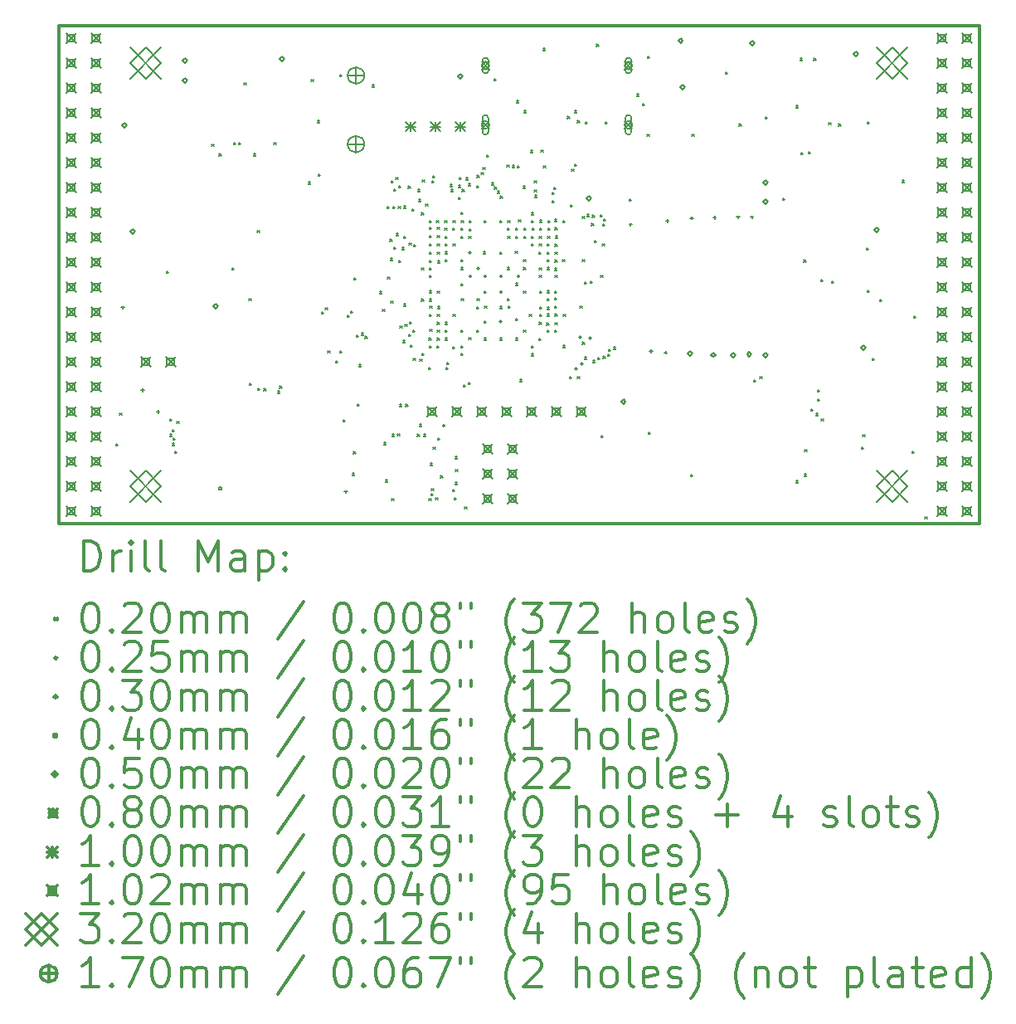
<source format=gbr>
%FSLAX45Y45*%
G04 Gerber Fmt 4.5, Leading zero omitted, Abs format (unit mm)*
G04 Created by KiCad (PCBNEW 4.0.7+dfsg1-1) date Thu Mar 29 21:21:23 2018*
%MOMM*%
%LPD*%
G01*
G04 APERTURE LIST*
%ADD10C,0.127000*%
%ADD11C,0.300000*%
%ADD12C,0.200000*%
G04 APERTURE END LIST*
D10*
D11*
X9410000Y-6142000D02*
X9410000Y-11222000D01*
X18808000Y-6142000D02*
X9410000Y-6142000D01*
X18808000Y-11222000D02*
X18808000Y-6142000D01*
X9410000Y-11222000D02*
X18808000Y-11222000D01*
D12*
X9998000Y-10410000D02*
X10018000Y-10430000D01*
X10018000Y-10410000D02*
X9998000Y-10430000D01*
X10035000Y-10094400D02*
X10055000Y-10114400D01*
X10055000Y-10094400D02*
X10035000Y-10114400D01*
X10514501Y-8649556D02*
X10534501Y-8669556D01*
X10534501Y-8649556D02*
X10514501Y-8669556D01*
X10545314Y-10310867D02*
X10565314Y-10330867D01*
X10565314Y-10310867D02*
X10545314Y-10330867D01*
X10547276Y-10156132D02*
X10567276Y-10176132D01*
X10567276Y-10156132D02*
X10547276Y-10176132D01*
X10574100Y-10266721D02*
X10594100Y-10286721D01*
X10594100Y-10266721D02*
X10574100Y-10286721D01*
X10574777Y-10403885D02*
X10594777Y-10423885D01*
X10594777Y-10403885D02*
X10574777Y-10423885D01*
X10579048Y-10351357D02*
X10599048Y-10371357D01*
X10599048Y-10351357D02*
X10579048Y-10371357D01*
X10598875Y-10487404D02*
X10618875Y-10507404D01*
X10618875Y-10487404D02*
X10598875Y-10507404D01*
X10617613Y-10179347D02*
X10637613Y-10199347D01*
X10637613Y-10179347D02*
X10617613Y-10199347D01*
X10974000Y-7352000D02*
X10994000Y-7372000D01*
X10994000Y-7352000D02*
X10974000Y-7372000D01*
X11049908Y-7448938D02*
X11069908Y-7468938D01*
X11069908Y-7448938D02*
X11049908Y-7468938D01*
X11179522Y-8615379D02*
X11199522Y-8635379D01*
X11199522Y-8615379D02*
X11179522Y-8635379D01*
X11197485Y-7337442D02*
X11217485Y-7357442D01*
X11217485Y-7337442D02*
X11197485Y-7357442D01*
X11251427Y-7337442D02*
X11271427Y-7357442D01*
X11271427Y-7337442D02*
X11251427Y-7357442D01*
X11305725Y-6724363D02*
X11325725Y-6744363D01*
X11325725Y-6724363D02*
X11305725Y-6744363D01*
X11356061Y-8927572D02*
X11376061Y-8947572D01*
X11376061Y-8927572D02*
X11356061Y-8947572D01*
X11360000Y-9792000D02*
X11380000Y-9812000D01*
X11380000Y-9792000D02*
X11360000Y-9812000D01*
X11400408Y-7451220D02*
X11420408Y-7471220D01*
X11420408Y-7451220D02*
X11400408Y-7471220D01*
X11441393Y-8230943D02*
X11461393Y-8250943D01*
X11461393Y-8230943D02*
X11441393Y-8250943D01*
X11446099Y-9843956D02*
X11466099Y-9863956D01*
X11466099Y-9843956D02*
X11446099Y-9863956D01*
X11509063Y-9847239D02*
X11529063Y-9867239D01*
X11529063Y-9847239D02*
X11509063Y-9867239D01*
X11609800Y-7337442D02*
X11629800Y-7357442D01*
X11629800Y-7337442D02*
X11609800Y-7357442D01*
X11646959Y-9872885D02*
X11666959Y-9892885D01*
X11666959Y-9872885D02*
X11646959Y-9892885D01*
X11670000Y-9822000D02*
X11690000Y-9842000D01*
X11690000Y-9822000D02*
X11670000Y-9842000D01*
X11959215Y-7739412D02*
X11979215Y-7759412D01*
X11979215Y-7739412D02*
X11959215Y-7759412D01*
X11990800Y-6690800D02*
X12010800Y-6710800D01*
X12010800Y-6690800D02*
X11990800Y-6710800D01*
X12056498Y-7112736D02*
X12076498Y-7132736D01*
X12076498Y-7112736D02*
X12056498Y-7132736D01*
X12063993Y-7659408D02*
X12083993Y-7679408D01*
X12083993Y-7659408D02*
X12063993Y-7679408D01*
X12098833Y-9065379D02*
X12118833Y-9085379D01*
X12118833Y-9065379D02*
X12098833Y-9085379D01*
X12133122Y-9021159D02*
X12153122Y-9041159D01*
X12153122Y-9021159D02*
X12133122Y-9041159D01*
X12158748Y-9461825D02*
X12178748Y-9481825D01*
X12178748Y-9461825D02*
X12158748Y-9481825D01*
X12242792Y-9562590D02*
X12262792Y-9582590D01*
X12262792Y-9562590D02*
X12242792Y-9582590D01*
X12282618Y-6643232D02*
X12302618Y-6663232D01*
X12302618Y-6643232D02*
X12282618Y-6663232D01*
X12283265Y-9462436D02*
X12303265Y-9482436D01*
X12303265Y-9462436D02*
X12283265Y-9482436D01*
X12317388Y-10161592D02*
X12337388Y-10181592D01*
X12337388Y-10161592D02*
X12317388Y-10181592D01*
X12361487Y-9095738D02*
X12381487Y-9115738D01*
X12381487Y-9095738D02*
X12361487Y-9115738D01*
X12392261Y-9052760D02*
X12412261Y-9072760D01*
X12412261Y-9052760D02*
X12392261Y-9072760D01*
X12410242Y-10710764D02*
X12430242Y-10730764D01*
X12430242Y-10710764D02*
X12410242Y-10730764D01*
X12422216Y-10490236D02*
X12442216Y-10510236D01*
X12442216Y-10490236D02*
X12422216Y-10510236D01*
X12426118Y-8717437D02*
X12446118Y-8737437D01*
X12446118Y-8717437D02*
X12426118Y-8737437D01*
X12426118Y-8717437D02*
X12446118Y-8737437D01*
X12446118Y-8717437D02*
X12426118Y-8737437D01*
X12453269Y-9302035D02*
X12473269Y-9322035D01*
X12473269Y-9302035D02*
X12453269Y-9322035D01*
X12460744Y-10002698D02*
X12480744Y-10022698D01*
X12480744Y-10002698D02*
X12460744Y-10022698D01*
X12474902Y-9600287D02*
X12494902Y-9620287D01*
X12494902Y-9600287D02*
X12474902Y-9620287D01*
X12501033Y-9279764D02*
X12521033Y-9299764D01*
X12521033Y-9279764D02*
X12501033Y-9299764D01*
X12542510Y-9313676D02*
X12562510Y-9333676D01*
X12562510Y-9313676D02*
X12542510Y-9333676D01*
X12610450Y-6748537D02*
X12630450Y-6768537D01*
X12630450Y-6748537D02*
X12610450Y-6768537D01*
X12687018Y-8855931D02*
X12707018Y-8875931D01*
X12707018Y-8855931D02*
X12687018Y-8875931D01*
X12720111Y-9035435D02*
X12740111Y-9055435D01*
X12740111Y-9035435D02*
X12720111Y-9055435D01*
X12731909Y-10397773D02*
X12751909Y-10417773D01*
X12751909Y-10397773D02*
X12731909Y-10417773D01*
X12748660Y-10777504D02*
X12768660Y-10797504D01*
X12768660Y-10777504D02*
X12748660Y-10797504D01*
X12764988Y-7989114D02*
X12784988Y-8009114D01*
X12784988Y-7989114D02*
X12764988Y-8009114D01*
X12771035Y-8708207D02*
X12791035Y-8728207D01*
X12791035Y-8708207D02*
X12771035Y-8728207D01*
X12796207Y-8322888D02*
X12816207Y-8342888D01*
X12816207Y-8322888D02*
X12796207Y-8342888D01*
X12799179Y-8517702D02*
X12819179Y-8537702D01*
X12819179Y-8517702D02*
X12799179Y-8537702D01*
X12803679Y-8951152D02*
X12823679Y-8971152D01*
X12823679Y-8951152D02*
X12803679Y-8971152D01*
X12805201Y-7723267D02*
X12825201Y-7743267D01*
X12825201Y-7723267D02*
X12805201Y-7743267D01*
X12811634Y-10966034D02*
X12831634Y-10986034D01*
X12831634Y-10966034D02*
X12811634Y-10986034D01*
X12814780Y-10310898D02*
X12834780Y-10330898D01*
X12834780Y-10310898D02*
X12814780Y-10330898D01*
X12822879Y-7985310D02*
X12842879Y-8005310D01*
X12842879Y-7985310D02*
X12822879Y-8005310D01*
X12834680Y-7807951D02*
X12854680Y-7827951D01*
X12854680Y-7807951D02*
X12834680Y-7827951D01*
X12835268Y-8401687D02*
X12855268Y-8421687D01*
X12855268Y-8401687D02*
X12835268Y-8421687D01*
X12854493Y-7691566D02*
X12874493Y-7711566D01*
X12874493Y-7691566D02*
X12854493Y-7711566D01*
X12859178Y-8263722D02*
X12879178Y-8283722D01*
X12879178Y-8263722D02*
X12859178Y-8283722D01*
X12870682Y-10308590D02*
X12890682Y-10328590D01*
X12890682Y-10308590D02*
X12870682Y-10328590D01*
X12880857Y-7988548D02*
X12900857Y-8008548D01*
X12900857Y-7988548D02*
X12880857Y-8008548D01*
X12881301Y-8540585D02*
X12901301Y-8560585D01*
X12901301Y-8540585D02*
X12881301Y-8560585D01*
X12886175Y-7777882D02*
X12906175Y-7797882D01*
X12906175Y-7777882D02*
X12886175Y-7797882D01*
X12890520Y-10007480D02*
X12910520Y-10027480D01*
X12910520Y-10007480D02*
X12890520Y-10027480D01*
X12895573Y-9206272D02*
X12915573Y-9226272D01*
X12915573Y-9206272D02*
X12895573Y-9226272D01*
X12920256Y-8405350D02*
X12940256Y-8425350D01*
X12940256Y-8405350D02*
X12920256Y-8425350D01*
X12926203Y-9354578D02*
X12946203Y-9374578D01*
X12946203Y-9354578D02*
X12926203Y-9374578D01*
X12933760Y-7984679D02*
X12953760Y-8004679D01*
X12953760Y-7984679D02*
X12933760Y-8004679D01*
X12934924Y-8983794D02*
X12954924Y-9003794D01*
X12954924Y-8983794D02*
X12934924Y-9003794D01*
X12935809Y-8290406D02*
X12955809Y-8310406D01*
X12955809Y-8290406D02*
X12935809Y-8310406D01*
X12946857Y-9190566D02*
X12966857Y-9210566D01*
X12966857Y-9190566D02*
X12946857Y-9210566D01*
X12956000Y-10005500D02*
X12976000Y-10025500D01*
X12976000Y-10005500D02*
X12956000Y-10025500D01*
X12982095Y-7781082D02*
X13002095Y-7801082D01*
X13002095Y-7781082D02*
X12982095Y-7801082D01*
X12987271Y-9293510D02*
X13007271Y-9313510D01*
X13007271Y-9293510D02*
X12987271Y-9313510D01*
X12989202Y-8359151D02*
X13009202Y-8379151D01*
X13009202Y-8359151D02*
X12989202Y-8379151D01*
X12991955Y-9163298D02*
X13011955Y-9183298D01*
X13011955Y-9163298D02*
X12991955Y-9183298D01*
X13002337Y-9402267D02*
X13022337Y-9422267D01*
X13022337Y-9402267D02*
X13002337Y-9422267D01*
X13017215Y-8013821D02*
X13037215Y-8033821D01*
X13037215Y-8013821D02*
X13017215Y-8033821D01*
X13028454Y-9248473D02*
X13048454Y-9268473D01*
X13048454Y-9248473D02*
X13028454Y-9268473D01*
X13032200Y-9535600D02*
X13052200Y-9555600D01*
X13052200Y-9535600D02*
X13032200Y-9555600D01*
X13038793Y-8376986D02*
X13058793Y-8396986D01*
X13058793Y-8376986D02*
X13038793Y-8396986D01*
X13073948Y-10310899D02*
X13093948Y-10330899D01*
X13093948Y-10310899D02*
X13073948Y-10330899D01*
X13077859Y-7815329D02*
X13097859Y-7835329D01*
X13097859Y-7815329D02*
X13077859Y-7835329D01*
X13085264Y-7914901D02*
X13105264Y-7934901D01*
X13105264Y-7914901D02*
X13085264Y-7934901D01*
X13093907Y-10208700D02*
X13113907Y-10228700D01*
X13113907Y-10208700D02*
X13093907Y-10228700D01*
X13098471Y-9546418D02*
X13118471Y-9566418D01*
X13118471Y-9546418D02*
X13098471Y-9566418D01*
X13116430Y-8612711D02*
X13136430Y-8632711D01*
X13136430Y-8612711D02*
X13116430Y-8632711D01*
X13116518Y-8052178D02*
X13136518Y-8072178D01*
X13136518Y-8052178D02*
X13116518Y-8072178D01*
X13117950Y-8930733D02*
X13137950Y-8950733D01*
X13137950Y-8930733D02*
X13117950Y-8950733D01*
X13121616Y-9485914D02*
X13141616Y-9505914D01*
X13141616Y-9485914D02*
X13121616Y-9505914D01*
X13125345Y-7716470D02*
X13145345Y-7736470D01*
X13145345Y-7716470D02*
X13125345Y-7736470D01*
X13135385Y-10310829D02*
X13155385Y-10330829D01*
X13155385Y-10310829D02*
X13135385Y-10330829D01*
X13157757Y-7959799D02*
X13177757Y-7979799D01*
X13177757Y-7959799D02*
X13157757Y-7979799D01*
X13188633Y-9630479D02*
X13208633Y-9650479D01*
X13208633Y-9630479D02*
X13188633Y-9650479D01*
X13192441Y-10966678D02*
X13212441Y-10986678D01*
X13212441Y-10966678D02*
X13192441Y-10986678D01*
X13193199Y-9330000D02*
X13213199Y-9350000D01*
X13213199Y-9330000D02*
X13193199Y-9350000D01*
X13197562Y-8931064D02*
X13217562Y-8951064D01*
X13217562Y-8931064D02*
X13197562Y-8951064D01*
X13197734Y-9090201D02*
X13217734Y-9110201D01*
X13217734Y-9090201D02*
X13197734Y-9110201D01*
X13197902Y-8284734D02*
X13217902Y-8304734D01*
X13217902Y-8284734D02*
X13197902Y-8304734D01*
X13197999Y-8200333D02*
X13217999Y-8220333D01*
X13217999Y-8200333D02*
X13197999Y-8220333D01*
X13198000Y-8690000D02*
X13218000Y-8710000D01*
X13218000Y-8690000D02*
X13198000Y-8710000D01*
X13198000Y-9410000D02*
X13218000Y-9430000D01*
X13218000Y-9410000D02*
X13198000Y-9430000D01*
X13198303Y-8616041D02*
X13218303Y-8636041D01*
X13218303Y-8616041D02*
X13198303Y-8636041D01*
X13198368Y-8369136D02*
X13218368Y-8389136D01*
X13218368Y-8369136D02*
X13198368Y-8389136D01*
X13198405Y-8845827D02*
X13218405Y-8865827D01*
X13218405Y-8845827D02*
X13198405Y-8865827D01*
X13198801Y-8130801D02*
X13218801Y-8150801D01*
X13218801Y-8130801D02*
X13198801Y-8150801D01*
X13198979Y-8537938D02*
X13218979Y-8557938D01*
X13218979Y-8537938D02*
X13198979Y-8557938D01*
X13199289Y-8453537D02*
X13219289Y-8473537D01*
X13219289Y-8453537D02*
X13199289Y-8473537D01*
X13200000Y-9005799D02*
X13220000Y-9025799D01*
X13220000Y-9005799D02*
X13200000Y-9025799D01*
X13201075Y-9242748D02*
X13221075Y-9262748D01*
X13221075Y-9242748D02*
X13201075Y-9262748D01*
X13206286Y-10608587D02*
X13226286Y-10628587D01*
X13226286Y-10608587D02*
X13206286Y-10628587D01*
X13211973Y-10917729D02*
X13231973Y-10937729D01*
X13231973Y-10917729D02*
X13211973Y-10937729D01*
X13218587Y-10865445D02*
X13238587Y-10885445D01*
X13238587Y-10865445D02*
X13218587Y-10885445D01*
X13220903Y-7724256D02*
X13240903Y-7744256D01*
X13240903Y-7724256D02*
X13220903Y-7744256D01*
X13232873Y-7672932D02*
X13252873Y-7692932D01*
X13252873Y-7672932D02*
X13232873Y-7692932D01*
X13236800Y-10440341D02*
X13256800Y-10460341D01*
X13256800Y-10440341D02*
X13236800Y-10460341D01*
X13260800Y-10958000D02*
X13280800Y-10978000D01*
X13280800Y-10958000D02*
X13260800Y-10978000D01*
X13268334Y-8130000D02*
X13288334Y-8150000D01*
X13288334Y-8130000D02*
X13268334Y-8150000D01*
X13274623Y-9409707D02*
X13294623Y-9429707D01*
X13294623Y-9409707D02*
X13274623Y-9429707D01*
X13277261Y-8284735D02*
X13297261Y-8304735D01*
X13297261Y-8284735D02*
X13277261Y-8304735D01*
X13278000Y-8850000D02*
X13298000Y-8870000D01*
X13298000Y-8850000D02*
X13278000Y-8870000D01*
X13278000Y-9090000D02*
X13298000Y-9110000D01*
X13298000Y-9090000D02*
X13278000Y-9110000D01*
X13278000Y-9170000D02*
X13298000Y-9190000D01*
X13298000Y-9170000D02*
X13278000Y-9190000D01*
X13278000Y-9250000D02*
X13298000Y-9270000D01*
X13298000Y-9250000D02*
X13278000Y-9270000D01*
X13278000Y-9330000D02*
X13298000Y-9350000D01*
X13298000Y-9330000D02*
X13278000Y-9350000D01*
X13278000Y-8200333D02*
X13298000Y-8220333D01*
X13298000Y-8200333D02*
X13278000Y-8220333D01*
X13278175Y-8369136D02*
X13298175Y-8389136D01*
X13298175Y-8369136D02*
X13278175Y-8389136D01*
X13278218Y-8453537D02*
X13298218Y-8473537D01*
X13298218Y-8453537D02*
X13278218Y-8473537D01*
X13280000Y-9008000D02*
X13300000Y-9028000D01*
X13300000Y-9008000D02*
X13280000Y-9028000D01*
X13282849Y-10350134D02*
X13302849Y-10370134D01*
X13302849Y-10350134D02*
X13282849Y-10370134D01*
X13284415Y-8542979D02*
X13304415Y-8562979D01*
X13304415Y-8542979D02*
X13284415Y-8562979D01*
X13311600Y-10736500D02*
X13331600Y-10756500D01*
X13331600Y-10736500D02*
X13311600Y-10756500D01*
X13352736Y-8131468D02*
X13372736Y-8151468D01*
X13372736Y-8131468D02*
X13352736Y-8151468D01*
X13354839Y-8209060D02*
X13374839Y-8229060D01*
X13374839Y-8209060D02*
X13354839Y-8229060D01*
X13357194Y-8449520D02*
X13377194Y-8469520D01*
X13377194Y-8449520D02*
X13357194Y-8469520D01*
X13358000Y-8290000D02*
X13378000Y-8310000D01*
X13378000Y-8290000D02*
X13358000Y-8310000D01*
X13358000Y-8370000D02*
X13378000Y-8390000D01*
X13378000Y-8370000D02*
X13358000Y-8390000D01*
X13358000Y-8530000D02*
X13378000Y-8550000D01*
X13378000Y-8530000D02*
X13358000Y-8550000D01*
X13358000Y-9170000D02*
X13378000Y-9190000D01*
X13378000Y-9170000D02*
X13358000Y-9190000D01*
X13358000Y-9250000D02*
X13378000Y-9270000D01*
X13378000Y-9250000D02*
X13358000Y-9270000D01*
X13358548Y-9330230D02*
X13378548Y-9350230D01*
X13378548Y-9330230D02*
X13358548Y-9350230D01*
X13366285Y-9629515D02*
X13386285Y-9649515D01*
X13386285Y-9629515D02*
X13366285Y-9649515D01*
X13375239Y-9577580D02*
X13395239Y-9597580D01*
X13395239Y-9577580D02*
X13375239Y-9597580D01*
X13407730Y-7762109D02*
X13427730Y-7782109D01*
X13427730Y-7762109D02*
X13407730Y-7782109D01*
X13415018Y-7815381D02*
X13435018Y-7835381D01*
X13435018Y-7815381D02*
X13415018Y-7835381D01*
X13433398Y-8208015D02*
X13453398Y-8228015D01*
X13453398Y-8208015D02*
X13433398Y-8228015D01*
X13435582Y-9416717D02*
X13455582Y-9436717D01*
X13455582Y-9416717D02*
X13435582Y-9436717D01*
X13436400Y-10874197D02*
X13456400Y-10894197D01*
X13456400Y-10874197D02*
X13436400Y-10894197D01*
X13437137Y-8130675D02*
X13457137Y-8150675D01*
X13457137Y-8130675D02*
X13437137Y-8150675D01*
X13438000Y-8370000D02*
X13458000Y-8390000D01*
X13458000Y-8370000D02*
X13438000Y-8390000D01*
X13438000Y-9090000D02*
X13458000Y-9110000D01*
X13458000Y-9090000D02*
X13438000Y-9110000D01*
X13453687Y-10961995D02*
X13473687Y-10981995D01*
X13473687Y-10961995D02*
X13453687Y-10981995D01*
X13457587Y-10803159D02*
X13477587Y-10823159D01*
X13477587Y-10803159D02*
X13457587Y-10823159D01*
X13460735Y-10540845D02*
X13480735Y-10560845D01*
X13480735Y-10540845D02*
X13460735Y-10560845D01*
X13465065Y-10671051D02*
X13485065Y-10691051D01*
X13485065Y-10671051D02*
X13465065Y-10691051D01*
X13492132Y-7892495D02*
X13512132Y-7912495D01*
X13512132Y-7892495D02*
X13492132Y-7912495D01*
X13493478Y-7773120D02*
X13513478Y-7793120D01*
X13513478Y-7773120D02*
X13493478Y-7793120D01*
X13503206Y-7688719D02*
X13523206Y-7708719D01*
X13523206Y-7688719D02*
X13503206Y-7708719D01*
X13517799Y-8209385D02*
X13537799Y-8229385D01*
X13537799Y-8209385D02*
X13517799Y-8229385D01*
X13517939Y-8774646D02*
X13537939Y-8794646D01*
X13537939Y-8774646D02*
X13517939Y-8794646D01*
X13518000Y-8292201D02*
X13538000Y-8312201D01*
X13538000Y-8292201D02*
X13518000Y-8312201D01*
X13518000Y-8530000D02*
X13538000Y-8550000D01*
X13538000Y-8530000D02*
X13518000Y-8550000D01*
X13518000Y-8610000D02*
X13538000Y-8630000D01*
X13538000Y-8610000D02*
X13518000Y-8630000D01*
X13518000Y-9250000D02*
X13538000Y-9270000D01*
X13538000Y-9250000D02*
X13518000Y-9270000D01*
X13518128Y-8048312D02*
X13538128Y-8068312D01*
X13538128Y-8048312D02*
X13518128Y-8068312D01*
X13518463Y-9488530D02*
X13538463Y-9508530D01*
X13538463Y-9488530D02*
X13518463Y-9508530D01*
X13518862Y-9412562D02*
X13538862Y-9432562D01*
X13538862Y-9412562D02*
X13518862Y-9432562D01*
X13521697Y-8134201D02*
X13541697Y-8154201D01*
X13541697Y-8134201D02*
X13521697Y-8154201D01*
X13524276Y-8928163D02*
X13544276Y-8948163D01*
X13544276Y-8928163D02*
X13524276Y-8948163D01*
X13531439Y-7812965D02*
X13551439Y-7832965D01*
X13551439Y-7812965D02*
X13531439Y-7832965D01*
X13541702Y-9806717D02*
X13561702Y-9826717D01*
X13561702Y-9806717D02*
X13541702Y-9826717D01*
X13555656Y-11051071D02*
X13575656Y-11071071D01*
X13575656Y-11051071D02*
X13555656Y-11071071D01*
X13567853Y-7696975D02*
X13587853Y-7716975D01*
X13587853Y-7696975D02*
X13567853Y-7716975D01*
X13592822Y-9782273D02*
X13612822Y-9802273D01*
X13612822Y-9782273D02*
X13592822Y-9802273D01*
X13595059Y-7754447D02*
X13615059Y-7774447D01*
X13615059Y-7754447D02*
X13595059Y-7774447D01*
X13598000Y-8290000D02*
X13618000Y-8310000D01*
X13618000Y-8290000D02*
X13598000Y-8310000D01*
X13599596Y-9326965D02*
X13619596Y-9346965D01*
X13619596Y-9326965D02*
X13599596Y-9346965D01*
X13602455Y-8216004D02*
X13622455Y-8236004D01*
X13622455Y-8216004D02*
X13602455Y-8236004D01*
X13606098Y-8131603D02*
X13626098Y-8151603D01*
X13626098Y-8131603D02*
X13606098Y-8151603D01*
X13678000Y-9250000D02*
X13698000Y-9270000D01*
X13698000Y-9250000D02*
X13678000Y-9270000D01*
X13678517Y-9009483D02*
X13698517Y-9029483D01*
X13698517Y-9009483D02*
X13678517Y-9029483D01*
X13679437Y-7776107D02*
X13699437Y-7796107D01*
X13699437Y-7776107D02*
X13679437Y-7796107D01*
X13683955Y-7670371D02*
X13703955Y-7690371D01*
X13703955Y-7670371D02*
X13683955Y-7690371D01*
X13684453Y-8927346D02*
X13704453Y-8947346D01*
X13704453Y-8927346D02*
X13684453Y-8947346D01*
X13725810Y-7638347D02*
X13745810Y-7658347D01*
X13745810Y-7638347D02*
X13725810Y-7658347D01*
X13742850Y-7588477D02*
X13762850Y-7608477D01*
X13762850Y-7588477D02*
X13742850Y-7608477D01*
X13745078Y-8447729D02*
X13765078Y-8467729D01*
X13765078Y-8447729D02*
X13745078Y-8467729D01*
X13755905Y-9153803D02*
X13775905Y-9173803D01*
X13775905Y-9153803D02*
X13755905Y-9173803D01*
X13758000Y-8130000D02*
X13778000Y-8150000D01*
X13778000Y-8130000D02*
X13758000Y-8150000D01*
X13758000Y-8850000D02*
X13778000Y-8870000D01*
X13778000Y-8850000D02*
X13758000Y-8870000D01*
X13758000Y-9330000D02*
X13778000Y-9350000D01*
X13778000Y-9330000D02*
X13758000Y-9350000D01*
X13758900Y-9002299D02*
X13778900Y-9022299D01*
X13778900Y-9002299D02*
X13758900Y-9022299D01*
X13782524Y-7463957D02*
X13802524Y-7483957D01*
X13802524Y-7463957D02*
X13782524Y-7483957D01*
X13830592Y-7745154D02*
X13850592Y-7765154D01*
X13850592Y-7745154D02*
X13830592Y-7765154D01*
X13855369Y-6683225D02*
X13875369Y-6703225D01*
X13875369Y-6683225D02*
X13855369Y-6703225D01*
X13862293Y-7788159D02*
X13882293Y-7808159D01*
X13882293Y-7788159D02*
X13862293Y-7808159D01*
X13893994Y-7831909D02*
X13913994Y-7851909D01*
X13913994Y-7831909D02*
X13893994Y-7851909D01*
X13917252Y-8451135D02*
X13937252Y-8471135D01*
X13937252Y-8451135D02*
X13917252Y-8471135D01*
X13918000Y-8130000D02*
X13938000Y-8150000D01*
X13938000Y-8130000D02*
X13918000Y-8150000D01*
X13918000Y-9330000D02*
X13938000Y-9350000D01*
X13938000Y-9330000D02*
X13918000Y-9350000D01*
X13918580Y-9007769D02*
X13938580Y-9027769D01*
X13938580Y-9007769D02*
X13918580Y-9027769D01*
X13921466Y-7881869D02*
X13941466Y-7901869D01*
X13941466Y-7881869D02*
X13921466Y-7901869D01*
X13989274Y-7564800D02*
X14009274Y-7584800D01*
X14009274Y-7564800D02*
X13989274Y-7584800D01*
X13991460Y-8609297D02*
X14011460Y-8629297D01*
X14011460Y-8609297D02*
X13991460Y-8629297D01*
X13992898Y-8210000D02*
X14012898Y-8230000D01*
X14012898Y-8210000D02*
X13992898Y-8230000D01*
X13993894Y-8925097D02*
X14013894Y-8945097D01*
X14013894Y-8925097D02*
X13993894Y-8945097D01*
X13996000Y-8292000D02*
X14016000Y-8312000D01*
X14016000Y-8292000D02*
X13996000Y-8312000D01*
X13998000Y-8130000D02*
X14018000Y-8150000D01*
X14018000Y-8130000D02*
X13998000Y-8150000D01*
X13999489Y-9002299D02*
X14019489Y-9022299D01*
X14019489Y-9002299D02*
X13999489Y-9022299D01*
X14041773Y-7569399D02*
X14061773Y-7589399D01*
X14061773Y-7569399D02*
X14041773Y-7589399D01*
X14073600Y-8443400D02*
X14093600Y-8463400D01*
X14093600Y-8443400D02*
X14073600Y-8463400D01*
X14076133Y-8294127D02*
X14096133Y-8314127D01*
X14096133Y-8294127D02*
X14076133Y-8314127D01*
X14077299Y-8207716D02*
X14097299Y-8227716D01*
X14097299Y-8207716D02*
X14077299Y-8227716D01*
X14077419Y-9133335D02*
X14097419Y-9153335D01*
X14097419Y-9133335D02*
X14077419Y-9153335D01*
X14078000Y-9330000D02*
X14098000Y-9350000D01*
X14098000Y-9330000D02*
X14078000Y-9350000D01*
X14079623Y-8771623D02*
X14099623Y-8791623D01*
X14099623Y-8771623D02*
X14079623Y-8791623D01*
X14083603Y-6907871D02*
X14103603Y-6927871D01*
X14103603Y-6907871D02*
X14083603Y-6927871D01*
X14094211Y-7574661D02*
X14114211Y-7594661D01*
X14114211Y-7574661D02*
X14094211Y-7594661D01*
X14107119Y-8120993D02*
X14127119Y-8140993D01*
X14127119Y-8120993D02*
X14107119Y-8140993D01*
X14118066Y-9754201D02*
X14138066Y-9774201D01*
X14138066Y-9754201D02*
X14118066Y-9774201D01*
X14152481Y-7781450D02*
X14172481Y-7801450D01*
X14172481Y-7781450D02*
X14152481Y-7801450D01*
X14158000Y-8530000D02*
X14178000Y-8550000D01*
X14178000Y-8530000D02*
X14158000Y-8550000D01*
X14158000Y-8610000D02*
X14178000Y-8630000D01*
X14178000Y-8610000D02*
X14158000Y-8630000D01*
X14158000Y-8850000D02*
X14178000Y-8870000D01*
X14178000Y-8850000D02*
X14158000Y-8870000D01*
X14158000Y-9250000D02*
X14178000Y-9270000D01*
X14178000Y-9250000D02*
X14158000Y-9270000D01*
X14162701Y-8209494D02*
X14182701Y-8229494D01*
X14182701Y-8209494D02*
X14162701Y-8229494D01*
X14162701Y-8289887D02*
X14182701Y-8309887D01*
X14182701Y-8289887D02*
X14162701Y-8309887D01*
X14164000Y-7010100D02*
X14184000Y-7030100D01*
X14184000Y-7010100D02*
X14164000Y-7030100D01*
X14217799Y-9090000D02*
X14237799Y-9110000D01*
X14237799Y-9090000D02*
X14217799Y-9110000D01*
X14231885Y-7415796D02*
X14251885Y-7435796D01*
X14251885Y-7415796D02*
X14231885Y-7435796D01*
X14236000Y-8052000D02*
X14256000Y-8072000D01*
X14256000Y-8052000D02*
X14236000Y-8072000D01*
X14236000Y-8132000D02*
X14256000Y-8152000D01*
X14256000Y-8132000D02*
X14236000Y-8152000D01*
X14236000Y-8292000D02*
X14256000Y-8312000D01*
X14256000Y-8292000D02*
X14236000Y-8312000D01*
X14238000Y-8370000D02*
X14258000Y-8390000D01*
X14258000Y-8370000D02*
X14238000Y-8390000D01*
X14238000Y-9410000D02*
X14258000Y-9430000D01*
X14258000Y-9410000D02*
X14238000Y-9430000D01*
X14238000Y-9490000D02*
X14258000Y-9510000D01*
X14258000Y-9490000D02*
X14238000Y-9510000D01*
X14247102Y-8210435D02*
X14267102Y-8230435D01*
X14267102Y-8210435D02*
X14247102Y-8230435D01*
X14268441Y-7818307D02*
X14288441Y-7838307D01*
X14288441Y-7818307D02*
X14268441Y-7838307D01*
X14268583Y-7724192D02*
X14288583Y-7744192D01*
X14288583Y-7724192D02*
X14268583Y-7744192D01*
X14271130Y-7874603D02*
X14291130Y-7894603D01*
X14291130Y-7874603D02*
X14271130Y-7894603D01*
X14316000Y-8452000D02*
X14336000Y-8472000D01*
X14336000Y-8452000D02*
X14316000Y-8472000D01*
X14316969Y-9331491D02*
X14336969Y-9351491D01*
X14336969Y-9331491D02*
X14316969Y-9351491D01*
X14318000Y-8370000D02*
X14338000Y-8390000D01*
X14338000Y-8370000D02*
X14318000Y-8390000D01*
X14318000Y-8690000D02*
X14338000Y-8710000D01*
X14338000Y-8690000D02*
X14318000Y-8710000D01*
X14318000Y-9170000D02*
X14338000Y-9190000D01*
X14338000Y-9170000D02*
X14318000Y-9190000D01*
X14318740Y-8294201D02*
X14338740Y-8314201D01*
X14338740Y-8294201D02*
X14318740Y-8314201D01*
X14320000Y-8612000D02*
X14340000Y-8632000D01*
X14340000Y-8612000D02*
X14320000Y-8632000D01*
X14322201Y-8849503D02*
X14342201Y-8869503D01*
X14342201Y-8849503D02*
X14322201Y-8869503D01*
X14322201Y-9010195D02*
X14342201Y-9030195D01*
X14342201Y-9010195D02*
X14322201Y-9030195D01*
X14322201Y-9090066D02*
X14342201Y-9110066D01*
X14342201Y-9090066D02*
X14322201Y-9110066D01*
X14323103Y-8127729D02*
X14343103Y-8147729D01*
X14343103Y-8127729D02*
X14323103Y-8147729D01*
X14323265Y-8209799D02*
X14343265Y-8229799D01*
X14343265Y-8209799D02*
X14323265Y-8229799D01*
X14335701Y-7411913D02*
X14355701Y-7431913D01*
X14355701Y-7411913D02*
X14335701Y-7431913D01*
X14355067Y-6376252D02*
X14375067Y-6396252D01*
X14375067Y-6376252D02*
X14355067Y-6396252D01*
X14360888Y-7571730D02*
X14380888Y-7591730D01*
X14380888Y-7571730D02*
X14360888Y-7591730D01*
X14396483Y-9177765D02*
X14416483Y-9197765D01*
X14416483Y-9177765D02*
X14396483Y-9197765D01*
X14397624Y-8929530D02*
X14417624Y-8949530D01*
X14417624Y-8929530D02*
X14397624Y-8949530D01*
X14397701Y-9016697D02*
X14417701Y-9036697D01*
X14417701Y-9016697D02*
X14397701Y-9036697D01*
X14398000Y-8610000D02*
X14418000Y-8630000D01*
X14418000Y-8610000D02*
X14398000Y-8630000D01*
X14398000Y-9085650D02*
X14418000Y-9105650D01*
X14418000Y-9085650D02*
X14398000Y-9105650D01*
X14398283Y-8848451D02*
X14418283Y-8868451D01*
X14418283Y-8848451D02*
X14398283Y-8868451D01*
X14400201Y-8529722D02*
X14420201Y-8549722D01*
X14420201Y-8529722D02*
X14400201Y-8549722D01*
X14400319Y-8367799D02*
X14420319Y-8387799D01*
X14420319Y-8367799D02*
X14400319Y-8387799D01*
X14400350Y-8456040D02*
X14420350Y-8476040D01*
X14420350Y-8456040D02*
X14400350Y-8476040D01*
X14401325Y-9248876D02*
X14421325Y-9268876D01*
X14421325Y-9248876D02*
X14401325Y-9268876D01*
X14403141Y-8290000D02*
X14423141Y-8310000D01*
X14423141Y-8290000D02*
X14403141Y-8310000D01*
X14407504Y-8129877D02*
X14427504Y-8149877D01*
X14427504Y-8129877D02*
X14407504Y-8149877D01*
X14407666Y-8210000D02*
X14427666Y-8230000D01*
X14427666Y-8210000D02*
X14407666Y-8230000D01*
X14450634Y-7841735D02*
X14470634Y-7861735D01*
X14470634Y-7841735D02*
X14450634Y-7861735D01*
X14450634Y-7926136D02*
X14470634Y-7946136D01*
X14470634Y-7926136D02*
X14450634Y-7946136D01*
X14469153Y-7792394D02*
X14489153Y-7812394D01*
X14489153Y-7792394D02*
X14469153Y-7812394D01*
X14475581Y-8916848D02*
X14495581Y-8936848D01*
X14495581Y-8916848D02*
X14475581Y-8936848D01*
X14476724Y-9001248D02*
X14496724Y-9021248D01*
X14496724Y-9001248D02*
X14476724Y-9021248D01*
X14477515Y-8619275D02*
X14497515Y-8639275D01*
X14497515Y-8619275D02*
X14477515Y-8639275D01*
X14477765Y-8852201D02*
X14497765Y-8872201D01*
X14497765Y-8852201D02*
X14477765Y-8872201D01*
X14478001Y-8120333D02*
X14498001Y-8140333D01*
X14498001Y-8120333D02*
X14478001Y-8140333D01*
X14478235Y-9247799D02*
X14498235Y-9267799D01*
X14498235Y-9247799D02*
X14478235Y-9267799D01*
X14478812Y-8204734D02*
X14498812Y-8224734D01*
X14498812Y-8204734D02*
X14478812Y-8224734D01*
X14478935Y-8534874D02*
X14498935Y-8554874D01*
X14498935Y-8534874D02*
X14478935Y-8554874D01*
X14479432Y-8687756D02*
X14499432Y-8707756D01*
X14499432Y-8687756D02*
X14479432Y-8707756D01*
X14479670Y-8373537D02*
X14499670Y-8393537D01*
X14499670Y-8373537D02*
X14479670Y-8393537D01*
X14480000Y-9172000D02*
X14500000Y-9192000D01*
X14500000Y-9172000D02*
X14480000Y-9192000D01*
X14480294Y-9085650D02*
X14500294Y-9105650D01*
X14500294Y-9085650D02*
X14480294Y-9105650D01*
X14481241Y-8453582D02*
X14501241Y-8473582D01*
X14501241Y-8453582D02*
X14481241Y-8473582D01*
X14481689Y-8289136D02*
X14501689Y-8309136D01*
X14501689Y-8289136D02*
X14481689Y-8309136D01*
X14557281Y-8529606D02*
X14577281Y-8549606D01*
X14577281Y-8529606D02*
X14557281Y-8549606D01*
X14558000Y-8130512D02*
X14578000Y-8150512D01*
X14578000Y-8130512D02*
X14558000Y-8150512D01*
X14559124Y-9406675D02*
X14579124Y-9426675D01*
X14579124Y-9406675D02*
X14559124Y-9426675D01*
X14565987Y-9091018D02*
X14585987Y-9111018D01*
X14585987Y-9091018D02*
X14565987Y-9111018D01*
X14608000Y-7070000D02*
X14628000Y-7090000D01*
X14628000Y-7070000D02*
X14608000Y-7090000D01*
X14629479Y-9723392D02*
X14649479Y-9743392D01*
X14649479Y-9723392D02*
X14629479Y-9743392D01*
X14638141Y-7971938D02*
X14658141Y-7991938D01*
X14658141Y-7971938D02*
X14638141Y-7991938D01*
X14648744Y-7607406D02*
X14668744Y-7627406D01*
X14668744Y-7607406D02*
X14648744Y-7627406D01*
X14678000Y-7010000D02*
X14698000Y-7030000D01*
X14698000Y-7010000D02*
X14678000Y-7030000D01*
X14680145Y-7555491D02*
X14700145Y-7575491D01*
X14700145Y-7555491D02*
X14680145Y-7575491D01*
X14707598Y-9723392D02*
X14727598Y-9743392D01*
X14727598Y-9723392D02*
X14707598Y-9743392D01*
X14708600Y-7110000D02*
X14728600Y-7130000D01*
X14728600Y-7110000D02*
X14708600Y-7130000D01*
X14733095Y-9001248D02*
X14753095Y-9021248D01*
X14753095Y-9001248D02*
X14733095Y-9021248D01*
X14758739Y-8527409D02*
X14778739Y-8547409D01*
X14778739Y-8527409D02*
X14758739Y-8547409D01*
X14758831Y-8088311D02*
X14778831Y-8108311D01*
X14778831Y-8088311D02*
X14758831Y-8108311D01*
X14760000Y-9372000D02*
X14780000Y-9392000D01*
X14780000Y-9372000D02*
X14760000Y-9392000D01*
X14781079Y-8758342D02*
X14801079Y-8778342D01*
X14801079Y-8758342D02*
X14781079Y-8778342D01*
X14782886Y-9523902D02*
X14802886Y-9543902D01*
X14802886Y-9523902D02*
X14782886Y-9543902D01*
X14788315Y-7124708D02*
X14808315Y-7144708D01*
X14808315Y-7124708D02*
X14788315Y-7144708D01*
X14807525Y-8068155D02*
X14827525Y-8088155D01*
X14827525Y-8068155D02*
X14807525Y-8088155D01*
X14838354Y-8752346D02*
X14858354Y-8772346D01*
X14858354Y-8752346D02*
X14838354Y-8772346D01*
X14851066Y-8160586D02*
X14871066Y-8180586D01*
X14871066Y-8160586D02*
X14851066Y-8180586D01*
X14859611Y-8076185D02*
X14879611Y-8096185D01*
X14879611Y-8076185D02*
X14859611Y-8096185D01*
X14864798Y-9556963D02*
X14884798Y-9576963D01*
X14884798Y-9556963D02*
X14864798Y-9576963D01*
X14882151Y-8334201D02*
X14902151Y-8354201D01*
X14902151Y-8334201D02*
X14882151Y-8354201D01*
X14903412Y-6332405D02*
X14923412Y-6352405D01*
X14923412Y-6332405D02*
X14903412Y-6352405D01*
X14918439Y-9527799D02*
X14938439Y-9547799D01*
X14938439Y-9527799D02*
X14918439Y-9547799D01*
X14942722Y-8073801D02*
X14962722Y-8093801D01*
X14962722Y-8073801D02*
X14942722Y-8093801D01*
X14945314Y-8688944D02*
X14965314Y-8708944D01*
X14965314Y-8688944D02*
X14945314Y-8708944D01*
X14947728Y-10322085D02*
X14967728Y-10342085D01*
X14967728Y-10322085D02*
X14947728Y-10342085D01*
X14963249Y-8370769D02*
X14983249Y-8390769D01*
X14983249Y-8370769D02*
X14963249Y-8390769D01*
X14968729Y-8167499D02*
X14988729Y-8187499D01*
X14988729Y-8167499D02*
X14968729Y-8187499D01*
X14969589Y-9515108D02*
X14989589Y-9535108D01*
X14989589Y-9515108D02*
X14969589Y-9535108D01*
X14975319Y-8115211D02*
X14995319Y-8135211D01*
X14995319Y-8115211D02*
X14975319Y-8135211D01*
X14993085Y-7123185D02*
X15013085Y-7143185D01*
X15013085Y-7123185D02*
X14993085Y-7143185D01*
X15017890Y-9494025D02*
X15037890Y-9514025D01*
X15037890Y-9494025D02*
X15017890Y-9514025D01*
X15024597Y-9441753D02*
X15044597Y-9461753D01*
X15044597Y-9441753D02*
X15024597Y-9461753D01*
X15078921Y-9423257D02*
X15098921Y-9443257D01*
X15098921Y-9423257D02*
X15078921Y-9443257D01*
X15239707Y-7909347D02*
X15259707Y-7929347D01*
X15259707Y-7909347D02*
X15239707Y-7929347D01*
X15316126Y-6841696D02*
X15336126Y-6861696D01*
X15336126Y-6841696D02*
X15316126Y-6861696D01*
X15374328Y-6936983D02*
X15394328Y-6956983D01*
X15394328Y-6936983D02*
X15374328Y-6956983D01*
X15419800Y-7249600D02*
X15439800Y-7269600D01*
X15439800Y-7249600D02*
X15419800Y-7269600D01*
X15422933Y-6454377D02*
X15442933Y-6474377D01*
X15442933Y-6454377D02*
X15422933Y-6474377D01*
X15432558Y-10288777D02*
X15452558Y-10308777D01*
X15452558Y-10288777D02*
X15432558Y-10308777D01*
X15861665Y-10722518D02*
X15881665Y-10742518D01*
X15881665Y-10722518D02*
X15861665Y-10742518D01*
X15877000Y-7249600D02*
X15897000Y-7269600D01*
X15897000Y-7249600D02*
X15877000Y-7269600D01*
X16217147Y-6618496D02*
X16237147Y-6638496D01*
X16237147Y-6618496D02*
X16217147Y-6638496D01*
X16360322Y-7144216D02*
X16380322Y-7164216D01*
X16380322Y-7144216D02*
X16360322Y-7164216D01*
X16507059Y-9756632D02*
X16527059Y-9776632D01*
X16527059Y-9756632D02*
X16507059Y-9776632D01*
X16570337Y-9724488D02*
X16590337Y-9744488D01*
X16590337Y-9724488D02*
X16570337Y-9744488D01*
X16625348Y-7073546D02*
X16645348Y-7093546D01*
X16645348Y-7073546D02*
X16625348Y-7093546D01*
X16806644Y-7900804D02*
X16826644Y-7920804D01*
X16826644Y-7900804D02*
X16806644Y-7920804D01*
X16940659Y-10785373D02*
X16960659Y-10805373D01*
X16960659Y-10785373D02*
X16940659Y-10805373D01*
X16941704Y-6958649D02*
X16961704Y-6978649D01*
X16961704Y-6958649D02*
X16941704Y-6978649D01*
X16981900Y-6474900D02*
X17001900Y-6494900D01*
X17001900Y-6474900D02*
X16981900Y-6494900D01*
X16992648Y-7434686D02*
X17012648Y-7454686D01*
X17012648Y-7434686D02*
X16992648Y-7454686D01*
X17020954Y-8534153D02*
X17040954Y-8554153D01*
X17040954Y-8534153D02*
X17020954Y-8554153D01*
X17026290Y-10718620D02*
X17046290Y-10738620D01*
X17046290Y-10718620D02*
X17026290Y-10738620D01*
X17028315Y-10470365D02*
X17048315Y-10490365D01*
X17048315Y-10470365D02*
X17028315Y-10490365D01*
X17063907Y-7430637D02*
X17083907Y-7450637D01*
X17083907Y-7430637D02*
X17063907Y-7450637D01*
X17093135Y-10052834D02*
X17113135Y-10072834D01*
X17113135Y-10052834D02*
X17093135Y-10072834D01*
X17121600Y-6474900D02*
X17141600Y-6494900D01*
X17141600Y-6474900D02*
X17121600Y-6494900D01*
X17144486Y-10098683D02*
X17164486Y-10118683D01*
X17164486Y-10098683D02*
X17144486Y-10118683D01*
X17160992Y-9856600D02*
X17180992Y-9876600D01*
X17180992Y-9856600D02*
X17160992Y-9876600D01*
X17160992Y-9951966D02*
X17180992Y-9971966D01*
X17180992Y-9951966D02*
X17160992Y-9971966D01*
X17194707Y-8733845D02*
X17214707Y-8753845D01*
X17214707Y-8733845D02*
X17194707Y-8753845D01*
X17198875Y-10155324D02*
X17218875Y-10175324D01*
X17218875Y-10155324D02*
X17198875Y-10175324D01*
X17275372Y-7130727D02*
X17295372Y-7150727D01*
X17295372Y-7130727D02*
X17275372Y-7150727D01*
X17303795Y-8749428D02*
X17323795Y-8769428D01*
X17323795Y-8749428D02*
X17303795Y-8769428D01*
X17375600Y-7143899D02*
X17395600Y-7163899D01*
X17395600Y-7143899D02*
X17375600Y-7163899D01*
X17608573Y-10442076D02*
X17628573Y-10462076D01*
X17628573Y-10442076D02*
X17608573Y-10462076D01*
X17620559Y-10317981D02*
X17640559Y-10337981D01*
X17640559Y-10317981D02*
X17620559Y-10337981D01*
X17660000Y-8412000D02*
X17680000Y-8432000D01*
X17680000Y-8412000D02*
X17660000Y-8432000D01*
X17667936Y-8843679D02*
X17687936Y-8863679D01*
X17687936Y-8843679D02*
X17667936Y-8863679D01*
X17669708Y-7124179D02*
X17689708Y-7144179D01*
X17689708Y-7124179D02*
X17669708Y-7144179D01*
X17717623Y-9538993D02*
X17737623Y-9558993D01*
X17737623Y-9538993D02*
X17717623Y-9558993D01*
X17794976Y-8936481D02*
X17814976Y-8956481D01*
X17814976Y-8936481D02*
X17794976Y-8956481D01*
X18024078Y-7721693D02*
X18044078Y-7741693D01*
X18044078Y-7721693D02*
X18024078Y-7741693D01*
X18124189Y-10484543D02*
X18144189Y-10504543D01*
X18144189Y-10484543D02*
X18124189Y-10504543D01*
X18139100Y-9105600D02*
X18159100Y-9125600D01*
X18159100Y-9105600D02*
X18139100Y-9125600D01*
X18257515Y-11153763D02*
X18277515Y-11173763D01*
X18277515Y-11153763D02*
X18257515Y-11173763D01*
X13357629Y-10223262D02*
G75*
G03X13357629Y-10223262I-12700J0D01*
G01*
X13620700Y-8460000D02*
G75*
G03X13620700Y-8460000I-12700J0D01*
G01*
X13623799Y-8699540D02*
G75*
G03X13623799Y-8699540I-12700J0D01*
G01*
X13706511Y-8619631D02*
G75*
G03X13706511Y-8619631I-12700J0D01*
G01*
X13780700Y-8700000D02*
G75*
G03X13780700Y-8700000I-12700J0D01*
G01*
X13939164Y-9161521D02*
G75*
G03X13939164Y-9161521I-12700J0D01*
G01*
X13940700Y-8700000D02*
G75*
G03X13940700Y-8700000I-12700J0D01*
G01*
X13940700Y-8860000D02*
G75*
G03X13940700Y-8860000I-12700J0D01*
G01*
X14116986Y-8699500D02*
G75*
G03X14116986Y-8699500I-12700J0D01*
G01*
X14706928Y-9645206D02*
G75*
G03X14706928Y-9645206I-12700J0D01*
G01*
X14747089Y-9321713D02*
G75*
G03X14747089Y-9321713I-12700J0D01*
G01*
X14766147Y-9591326D02*
G75*
G03X14766147Y-9591326I-12700J0D01*
G01*
X14847601Y-9332231D02*
G75*
G03X14847601Y-9332231I-12700J0D01*
G01*
X10065212Y-9001224D02*
X10065212Y-9031224D01*
X10050212Y-9016224D02*
X10080212Y-9016224D01*
X10271005Y-9844495D02*
X10271005Y-9874495D01*
X10256005Y-9859495D02*
X10286005Y-9859495D01*
X10426000Y-10064000D02*
X10426000Y-10094000D01*
X10411000Y-10079000D02*
X10441000Y-10079000D01*
X12343700Y-10882200D02*
X12343700Y-10912200D01*
X12328700Y-10897200D02*
X12358700Y-10897200D01*
X15251012Y-8154523D02*
X15251012Y-8184523D01*
X15236012Y-8169523D02*
X15266012Y-8169523D01*
X15459390Y-9445795D02*
X15459390Y-9475795D01*
X15444390Y-9460795D02*
X15474390Y-9460795D01*
X15608824Y-9461298D02*
X15608824Y-9491298D01*
X15593824Y-9476298D02*
X15623824Y-9476298D01*
X15626277Y-8119937D02*
X15626277Y-8149937D01*
X15611277Y-8134937D02*
X15641277Y-8134937D01*
X15873113Y-8089893D02*
X15873113Y-8119893D01*
X15858113Y-8104893D02*
X15888113Y-8104893D01*
X16107576Y-8084202D02*
X16107576Y-8114202D01*
X16092576Y-8099202D02*
X16122576Y-8099202D01*
X16346298Y-8079243D02*
X16346298Y-8109243D01*
X16331298Y-8094243D02*
X16361298Y-8094243D01*
X16488287Y-8078899D02*
X16488287Y-8108899D01*
X16473287Y-8093899D02*
X16503287Y-8093899D01*
X11073534Y-10877788D02*
X11073534Y-10849504D01*
X11045249Y-10849504D01*
X11045249Y-10877788D01*
X11073534Y-10877788D01*
X10085589Y-7182486D02*
X10110589Y-7157486D01*
X10085589Y-7132486D01*
X10060589Y-7157486D01*
X10085589Y-7182486D01*
X10170789Y-8267318D02*
X10195789Y-8242318D01*
X10170789Y-8217318D01*
X10145789Y-8242318D01*
X10170789Y-8267318D01*
X10697481Y-6520397D02*
X10722481Y-6495397D01*
X10697481Y-6470397D01*
X10672481Y-6495397D01*
X10697481Y-6520397D01*
X10702149Y-6729363D02*
X10727149Y-6704363D01*
X10702149Y-6679363D01*
X10677149Y-6704363D01*
X10702149Y-6729363D01*
X11012889Y-9027815D02*
X11037889Y-9002815D01*
X11012889Y-8977815D01*
X10987889Y-9002815D01*
X11012889Y-9027815D01*
X11688050Y-6505294D02*
X11713050Y-6480294D01*
X11688050Y-6455294D01*
X11663050Y-6480294D01*
X11688050Y-6505294D01*
X13510559Y-6686662D02*
X13535559Y-6661662D01*
X13510559Y-6636662D01*
X13485559Y-6661662D01*
X13510559Y-6686662D01*
X14826839Y-7930002D02*
X14851839Y-7905002D01*
X14826839Y-7880002D01*
X14801839Y-7905002D01*
X14826839Y-7930002D01*
X15175800Y-10002400D02*
X15200800Y-9977400D01*
X15175800Y-9952400D01*
X15150800Y-9977400D01*
X15175800Y-10002400D01*
X15760000Y-6319400D02*
X15785000Y-6294400D01*
X15760000Y-6269400D01*
X15735000Y-6294400D01*
X15760000Y-6319400D01*
X15780757Y-6791927D02*
X15805757Y-6766927D01*
X15780757Y-6741927D01*
X15755757Y-6766927D01*
X15780757Y-6791927D01*
X15853999Y-9511877D02*
X15878999Y-9486877D01*
X15853999Y-9461877D01*
X15828999Y-9486877D01*
X15853999Y-9511877D01*
X16090540Y-9525644D02*
X16115540Y-9500644D01*
X16090540Y-9475644D01*
X16065540Y-9500644D01*
X16090540Y-9525644D01*
X16295610Y-9532849D02*
X16320610Y-9507849D01*
X16295610Y-9482849D01*
X16270610Y-9507849D01*
X16295610Y-9532849D01*
X16462573Y-9523247D02*
X16487573Y-9498247D01*
X16462573Y-9473247D01*
X16437573Y-9498247D01*
X16462573Y-9523247D01*
X16494701Y-6344407D02*
X16519701Y-6319407D01*
X16494701Y-6294407D01*
X16469701Y-6319407D01*
X16494701Y-6344407D01*
X16625554Y-7960074D02*
X16650554Y-7935074D01*
X16625554Y-7910074D01*
X16600554Y-7935074D01*
X16625554Y-7960074D01*
X16627543Y-7770254D02*
X16652543Y-7745254D01*
X16627543Y-7720254D01*
X16602543Y-7745254D01*
X16627543Y-7770254D01*
X16628469Y-9527515D02*
X16653469Y-9502515D01*
X16628469Y-9477515D01*
X16603469Y-9502515D01*
X16628469Y-9527515D01*
X17549457Y-6457256D02*
X17574457Y-6432256D01*
X17549457Y-6407256D01*
X17524457Y-6432256D01*
X17549457Y-6457256D01*
X17625494Y-9453846D02*
X17650494Y-9428846D01*
X17625494Y-9403846D01*
X17600494Y-9428846D01*
X17625494Y-9453846D01*
X17765844Y-8253135D02*
X17790844Y-8228135D01*
X17765844Y-8203135D01*
X17740844Y-8228135D01*
X17765844Y-8253135D01*
X13728000Y-6510000D02*
X13808000Y-6590000D01*
X13808000Y-6510000D02*
X13728000Y-6590000D01*
X13808000Y-6550000D02*
G75*
G03X13808000Y-6550000I-40000J0D01*
G01*
X13738000Y-6500000D02*
X13738000Y-6600000D01*
X13798000Y-6500000D02*
X13798000Y-6600000D01*
X13738000Y-6600000D02*
G75*
G03X13798000Y-6600000I30000J0D01*
G01*
X13798000Y-6500000D02*
G75*
G03X13738000Y-6500000I-30000J0D01*
G01*
X13728000Y-7115000D02*
X13808000Y-7195000D01*
X13808000Y-7115000D02*
X13728000Y-7195000D01*
X13808000Y-7155000D02*
G75*
G03X13808000Y-7155000I-40000J0D01*
G01*
X13738000Y-7085000D02*
X13738000Y-7225000D01*
X13798000Y-7085000D02*
X13798000Y-7225000D01*
X13738000Y-7225000D02*
G75*
G03X13798000Y-7225000I30000J0D01*
G01*
X13798000Y-7085000D02*
G75*
G03X13738000Y-7085000I-30000J0D01*
G01*
X15188000Y-6510000D02*
X15268000Y-6590000D01*
X15268000Y-6510000D02*
X15188000Y-6590000D01*
X15268000Y-6550000D02*
G75*
G03X15268000Y-6550000I-40000J0D01*
G01*
X15198000Y-6500000D02*
X15198000Y-6600000D01*
X15258000Y-6500000D02*
X15258000Y-6600000D01*
X15198000Y-6600000D02*
G75*
G03X15258000Y-6600000I30000J0D01*
G01*
X15258000Y-6500000D02*
G75*
G03X15198000Y-6500000I-30000J0D01*
G01*
X15188000Y-7115000D02*
X15268000Y-7195000D01*
X15268000Y-7115000D02*
X15188000Y-7195000D01*
X15268000Y-7155000D02*
G75*
G03X15268000Y-7155000I-40000J0D01*
G01*
X15198000Y-7085000D02*
X15198000Y-7225000D01*
X15258000Y-7085000D02*
X15258000Y-7225000D01*
X15198000Y-7225000D02*
G75*
G03X15258000Y-7225000I30000J0D01*
G01*
X15258000Y-7085000D02*
G75*
G03X15198000Y-7085000I-30000J0D01*
G01*
X12955600Y-7122500D02*
X13055600Y-7222500D01*
X13055600Y-7122500D02*
X12955600Y-7222500D01*
X13005600Y-7122500D02*
X13005600Y-7222500D01*
X12955600Y-7172500D02*
X13055600Y-7172500D01*
X13209600Y-7122500D02*
X13309600Y-7222500D01*
X13309600Y-7122500D02*
X13209600Y-7222500D01*
X13259600Y-7122500D02*
X13259600Y-7222500D01*
X13209600Y-7172500D02*
X13309600Y-7172500D01*
X13463600Y-7122500D02*
X13563600Y-7222500D01*
X13563600Y-7122500D02*
X13463600Y-7222500D01*
X13513600Y-7122500D02*
X13513600Y-7222500D01*
X13463600Y-7172500D02*
X13563600Y-7172500D01*
X9486200Y-6218200D02*
X9587800Y-6319800D01*
X9587800Y-6218200D02*
X9486200Y-6319800D01*
X9572921Y-6304921D02*
X9572921Y-6233079D01*
X9501079Y-6233079D01*
X9501079Y-6304921D01*
X9572921Y-6304921D01*
X9486200Y-6472200D02*
X9587800Y-6573800D01*
X9587800Y-6472200D02*
X9486200Y-6573800D01*
X9572921Y-6558921D02*
X9572921Y-6487079D01*
X9501079Y-6487079D01*
X9501079Y-6558921D01*
X9572921Y-6558921D01*
X9486200Y-6726200D02*
X9587800Y-6827800D01*
X9587800Y-6726200D02*
X9486200Y-6827800D01*
X9572921Y-6812921D02*
X9572921Y-6741079D01*
X9501079Y-6741079D01*
X9501079Y-6812921D01*
X9572921Y-6812921D01*
X9486200Y-6980200D02*
X9587800Y-7081800D01*
X9587800Y-6980200D02*
X9486200Y-7081800D01*
X9572921Y-7066921D02*
X9572921Y-6995079D01*
X9501079Y-6995079D01*
X9501079Y-7066921D01*
X9572921Y-7066921D01*
X9486200Y-7234200D02*
X9587800Y-7335800D01*
X9587800Y-7234200D02*
X9486200Y-7335800D01*
X9572921Y-7320921D02*
X9572921Y-7249079D01*
X9501079Y-7249079D01*
X9501079Y-7320921D01*
X9572921Y-7320921D01*
X9486200Y-7488200D02*
X9587800Y-7589800D01*
X9587800Y-7488200D02*
X9486200Y-7589800D01*
X9572921Y-7574921D02*
X9572921Y-7503079D01*
X9501079Y-7503079D01*
X9501079Y-7574921D01*
X9572921Y-7574921D01*
X9486200Y-7742200D02*
X9587800Y-7843800D01*
X9587800Y-7742200D02*
X9486200Y-7843800D01*
X9572921Y-7828921D02*
X9572921Y-7757079D01*
X9501079Y-7757079D01*
X9501079Y-7828921D01*
X9572921Y-7828921D01*
X9486200Y-7996200D02*
X9587800Y-8097800D01*
X9587800Y-7996200D02*
X9486200Y-8097800D01*
X9572921Y-8082921D02*
X9572921Y-8011079D01*
X9501079Y-8011079D01*
X9501079Y-8082921D01*
X9572921Y-8082921D01*
X9486200Y-8250200D02*
X9587800Y-8351800D01*
X9587800Y-8250200D02*
X9486200Y-8351800D01*
X9572921Y-8336921D02*
X9572921Y-8265079D01*
X9501079Y-8265079D01*
X9501079Y-8336921D01*
X9572921Y-8336921D01*
X9486200Y-8504200D02*
X9587800Y-8605800D01*
X9587800Y-8504200D02*
X9486200Y-8605800D01*
X9572921Y-8590921D02*
X9572921Y-8519079D01*
X9501079Y-8519079D01*
X9501079Y-8590921D01*
X9572921Y-8590921D01*
X9486200Y-8758200D02*
X9587800Y-8859800D01*
X9587800Y-8758200D02*
X9486200Y-8859800D01*
X9572921Y-8844921D02*
X9572921Y-8773079D01*
X9501079Y-8773079D01*
X9501079Y-8844921D01*
X9572921Y-8844921D01*
X9486200Y-9012200D02*
X9587800Y-9113800D01*
X9587800Y-9012200D02*
X9486200Y-9113800D01*
X9572921Y-9098921D02*
X9572921Y-9027079D01*
X9501079Y-9027079D01*
X9501079Y-9098921D01*
X9572921Y-9098921D01*
X9486200Y-9266200D02*
X9587800Y-9367800D01*
X9587800Y-9266200D02*
X9486200Y-9367800D01*
X9572921Y-9352921D02*
X9572921Y-9281079D01*
X9501079Y-9281079D01*
X9501079Y-9352921D01*
X9572921Y-9352921D01*
X9486200Y-9520200D02*
X9587800Y-9621800D01*
X9587800Y-9520200D02*
X9486200Y-9621800D01*
X9572921Y-9606921D02*
X9572921Y-9535079D01*
X9501079Y-9535079D01*
X9501079Y-9606921D01*
X9572921Y-9606921D01*
X9486200Y-9774200D02*
X9587800Y-9875800D01*
X9587800Y-9774200D02*
X9486200Y-9875800D01*
X9572921Y-9860921D02*
X9572921Y-9789079D01*
X9501079Y-9789079D01*
X9501079Y-9860921D01*
X9572921Y-9860921D01*
X9486200Y-10028200D02*
X9587800Y-10129800D01*
X9587800Y-10028200D02*
X9486200Y-10129800D01*
X9572921Y-10114921D02*
X9572921Y-10043079D01*
X9501079Y-10043079D01*
X9501079Y-10114921D01*
X9572921Y-10114921D01*
X9486200Y-10282200D02*
X9587800Y-10383800D01*
X9587800Y-10282200D02*
X9486200Y-10383800D01*
X9572921Y-10368921D02*
X9572921Y-10297079D01*
X9501079Y-10297079D01*
X9501079Y-10368921D01*
X9572921Y-10368921D01*
X9486200Y-10536200D02*
X9587800Y-10637800D01*
X9587800Y-10536200D02*
X9486200Y-10637800D01*
X9572921Y-10622921D02*
X9572921Y-10551079D01*
X9501079Y-10551079D01*
X9501079Y-10622921D01*
X9572921Y-10622921D01*
X9486200Y-10790200D02*
X9587800Y-10891800D01*
X9587800Y-10790200D02*
X9486200Y-10891800D01*
X9572921Y-10876921D02*
X9572921Y-10805079D01*
X9501079Y-10805079D01*
X9501079Y-10876921D01*
X9572921Y-10876921D01*
X9486200Y-11044200D02*
X9587800Y-11145800D01*
X9587800Y-11044200D02*
X9486200Y-11145800D01*
X9572921Y-11130921D02*
X9572921Y-11059079D01*
X9501079Y-11059079D01*
X9501079Y-11130921D01*
X9572921Y-11130921D01*
X9740200Y-6218200D02*
X9841800Y-6319800D01*
X9841800Y-6218200D02*
X9740200Y-6319800D01*
X9826921Y-6304921D02*
X9826921Y-6233079D01*
X9755079Y-6233079D01*
X9755079Y-6304921D01*
X9826921Y-6304921D01*
X9740200Y-6472200D02*
X9841800Y-6573800D01*
X9841800Y-6472200D02*
X9740200Y-6573800D01*
X9826921Y-6558921D02*
X9826921Y-6487079D01*
X9755079Y-6487079D01*
X9755079Y-6558921D01*
X9826921Y-6558921D01*
X9740200Y-6726200D02*
X9841800Y-6827800D01*
X9841800Y-6726200D02*
X9740200Y-6827800D01*
X9826921Y-6812921D02*
X9826921Y-6741079D01*
X9755079Y-6741079D01*
X9755079Y-6812921D01*
X9826921Y-6812921D01*
X9740200Y-6980200D02*
X9841800Y-7081800D01*
X9841800Y-6980200D02*
X9740200Y-7081800D01*
X9826921Y-7066921D02*
X9826921Y-6995079D01*
X9755079Y-6995079D01*
X9755079Y-7066921D01*
X9826921Y-7066921D01*
X9740200Y-7234200D02*
X9841800Y-7335800D01*
X9841800Y-7234200D02*
X9740200Y-7335800D01*
X9826921Y-7320921D02*
X9826921Y-7249079D01*
X9755079Y-7249079D01*
X9755079Y-7320921D01*
X9826921Y-7320921D01*
X9740200Y-7488200D02*
X9841800Y-7589800D01*
X9841800Y-7488200D02*
X9740200Y-7589800D01*
X9826921Y-7574921D02*
X9826921Y-7503079D01*
X9755079Y-7503079D01*
X9755079Y-7574921D01*
X9826921Y-7574921D01*
X9740200Y-7742200D02*
X9841800Y-7843800D01*
X9841800Y-7742200D02*
X9740200Y-7843800D01*
X9826921Y-7828921D02*
X9826921Y-7757079D01*
X9755079Y-7757079D01*
X9755079Y-7828921D01*
X9826921Y-7828921D01*
X9740200Y-7996200D02*
X9841800Y-8097800D01*
X9841800Y-7996200D02*
X9740200Y-8097800D01*
X9826921Y-8082921D02*
X9826921Y-8011079D01*
X9755079Y-8011079D01*
X9755079Y-8082921D01*
X9826921Y-8082921D01*
X9740200Y-8250200D02*
X9841800Y-8351800D01*
X9841800Y-8250200D02*
X9740200Y-8351800D01*
X9826921Y-8336921D02*
X9826921Y-8265079D01*
X9755079Y-8265079D01*
X9755079Y-8336921D01*
X9826921Y-8336921D01*
X9740200Y-8504200D02*
X9841800Y-8605800D01*
X9841800Y-8504200D02*
X9740200Y-8605800D01*
X9826921Y-8590921D02*
X9826921Y-8519079D01*
X9755079Y-8519079D01*
X9755079Y-8590921D01*
X9826921Y-8590921D01*
X9740200Y-8758200D02*
X9841800Y-8859800D01*
X9841800Y-8758200D02*
X9740200Y-8859800D01*
X9826921Y-8844921D02*
X9826921Y-8773079D01*
X9755079Y-8773079D01*
X9755079Y-8844921D01*
X9826921Y-8844921D01*
X9740200Y-9012200D02*
X9841800Y-9113800D01*
X9841800Y-9012200D02*
X9740200Y-9113800D01*
X9826921Y-9098921D02*
X9826921Y-9027079D01*
X9755079Y-9027079D01*
X9755079Y-9098921D01*
X9826921Y-9098921D01*
X9740200Y-9266200D02*
X9841800Y-9367800D01*
X9841800Y-9266200D02*
X9740200Y-9367800D01*
X9826921Y-9352921D02*
X9826921Y-9281079D01*
X9755079Y-9281079D01*
X9755079Y-9352921D01*
X9826921Y-9352921D01*
X9740200Y-9520200D02*
X9841800Y-9621800D01*
X9841800Y-9520200D02*
X9740200Y-9621800D01*
X9826921Y-9606921D02*
X9826921Y-9535079D01*
X9755079Y-9535079D01*
X9755079Y-9606921D01*
X9826921Y-9606921D01*
X9740200Y-9774200D02*
X9841800Y-9875800D01*
X9841800Y-9774200D02*
X9740200Y-9875800D01*
X9826921Y-9860921D02*
X9826921Y-9789079D01*
X9755079Y-9789079D01*
X9755079Y-9860921D01*
X9826921Y-9860921D01*
X9740200Y-10028200D02*
X9841800Y-10129800D01*
X9841800Y-10028200D02*
X9740200Y-10129800D01*
X9826921Y-10114921D02*
X9826921Y-10043079D01*
X9755079Y-10043079D01*
X9755079Y-10114921D01*
X9826921Y-10114921D01*
X9740200Y-10282200D02*
X9841800Y-10383800D01*
X9841800Y-10282200D02*
X9740200Y-10383800D01*
X9826921Y-10368921D02*
X9826921Y-10297079D01*
X9755079Y-10297079D01*
X9755079Y-10368921D01*
X9826921Y-10368921D01*
X9740200Y-10536200D02*
X9841800Y-10637800D01*
X9841800Y-10536200D02*
X9740200Y-10637800D01*
X9826921Y-10622921D02*
X9826921Y-10551079D01*
X9755079Y-10551079D01*
X9755079Y-10622921D01*
X9826921Y-10622921D01*
X9740200Y-10790200D02*
X9841800Y-10891800D01*
X9841800Y-10790200D02*
X9740200Y-10891800D01*
X9826921Y-10876921D02*
X9826921Y-10805079D01*
X9755079Y-10805079D01*
X9755079Y-10876921D01*
X9826921Y-10876921D01*
X9740200Y-11044200D02*
X9841800Y-11145800D01*
X9841800Y-11044200D02*
X9740200Y-11145800D01*
X9826921Y-11130921D02*
X9826921Y-11059079D01*
X9755079Y-11059079D01*
X9755079Y-11130921D01*
X9826921Y-11130921D01*
X10248200Y-9520200D02*
X10349800Y-9621800D01*
X10349800Y-9520200D02*
X10248200Y-9621800D01*
X10334921Y-9606921D02*
X10334921Y-9535079D01*
X10263079Y-9535079D01*
X10263079Y-9606921D01*
X10334921Y-9606921D01*
X10502200Y-9520200D02*
X10603800Y-9621800D01*
X10603800Y-9520200D02*
X10502200Y-9621800D01*
X10588921Y-9606921D02*
X10588921Y-9535079D01*
X10517079Y-9535079D01*
X10517079Y-9606921D01*
X10588921Y-9606921D01*
X13169200Y-10028200D02*
X13270800Y-10129800D01*
X13270800Y-10028200D02*
X13169200Y-10129800D01*
X13255921Y-10114921D02*
X13255921Y-10043079D01*
X13184079Y-10043079D01*
X13184079Y-10114921D01*
X13255921Y-10114921D01*
X13423200Y-10028200D02*
X13524800Y-10129800D01*
X13524800Y-10028200D02*
X13423200Y-10129800D01*
X13509921Y-10114921D02*
X13509921Y-10043079D01*
X13438079Y-10043079D01*
X13438079Y-10114921D01*
X13509921Y-10114921D01*
X13677200Y-10028200D02*
X13778800Y-10129800D01*
X13778800Y-10028200D02*
X13677200Y-10129800D01*
X13763921Y-10114921D02*
X13763921Y-10043079D01*
X13692079Y-10043079D01*
X13692079Y-10114921D01*
X13763921Y-10114921D01*
X13740700Y-10409200D02*
X13842300Y-10510800D01*
X13842300Y-10409200D02*
X13740700Y-10510800D01*
X13827421Y-10495921D02*
X13827421Y-10424079D01*
X13755579Y-10424079D01*
X13755579Y-10495921D01*
X13827421Y-10495921D01*
X13740700Y-10663200D02*
X13842300Y-10764800D01*
X13842300Y-10663200D02*
X13740700Y-10764800D01*
X13827421Y-10749921D02*
X13827421Y-10678079D01*
X13755579Y-10678079D01*
X13755579Y-10749921D01*
X13827421Y-10749921D01*
X13740700Y-10917200D02*
X13842300Y-11018800D01*
X13842300Y-10917200D02*
X13740700Y-11018800D01*
X13827421Y-11003921D02*
X13827421Y-10932079D01*
X13755579Y-10932079D01*
X13755579Y-11003921D01*
X13827421Y-11003921D01*
X13931200Y-10028200D02*
X14032800Y-10129800D01*
X14032800Y-10028200D02*
X13931200Y-10129800D01*
X14017921Y-10114921D02*
X14017921Y-10043079D01*
X13946079Y-10043079D01*
X13946079Y-10114921D01*
X14017921Y-10114921D01*
X13994700Y-10409200D02*
X14096300Y-10510800D01*
X14096300Y-10409200D02*
X13994700Y-10510800D01*
X14081421Y-10495921D02*
X14081421Y-10424079D01*
X14009579Y-10424079D01*
X14009579Y-10495921D01*
X14081421Y-10495921D01*
X13994700Y-10663200D02*
X14096300Y-10764800D01*
X14096300Y-10663200D02*
X13994700Y-10764800D01*
X14081421Y-10749921D02*
X14081421Y-10678079D01*
X14009579Y-10678079D01*
X14009579Y-10749921D01*
X14081421Y-10749921D01*
X13994700Y-10917200D02*
X14096300Y-11018800D01*
X14096300Y-10917200D02*
X13994700Y-11018800D01*
X14081421Y-11003921D02*
X14081421Y-10932079D01*
X14009579Y-10932079D01*
X14009579Y-11003921D01*
X14081421Y-11003921D01*
X14185200Y-10028200D02*
X14286800Y-10129800D01*
X14286800Y-10028200D02*
X14185200Y-10129800D01*
X14271921Y-10114921D02*
X14271921Y-10043079D01*
X14200079Y-10043079D01*
X14200079Y-10114921D01*
X14271921Y-10114921D01*
X14439200Y-10028200D02*
X14540800Y-10129800D01*
X14540800Y-10028200D02*
X14439200Y-10129800D01*
X14525921Y-10114921D02*
X14525921Y-10043079D01*
X14454079Y-10043079D01*
X14454079Y-10114921D01*
X14525921Y-10114921D01*
X14693200Y-10028200D02*
X14794800Y-10129800D01*
X14794800Y-10028200D02*
X14693200Y-10129800D01*
X14779921Y-10114921D02*
X14779921Y-10043079D01*
X14708079Y-10043079D01*
X14708079Y-10114921D01*
X14779921Y-10114921D01*
X18376200Y-6218200D02*
X18477800Y-6319800D01*
X18477800Y-6218200D02*
X18376200Y-6319800D01*
X18462921Y-6304921D02*
X18462921Y-6233079D01*
X18391079Y-6233079D01*
X18391079Y-6304921D01*
X18462921Y-6304921D01*
X18376200Y-6472200D02*
X18477800Y-6573800D01*
X18477800Y-6472200D02*
X18376200Y-6573800D01*
X18462921Y-6558921D02*
X18462921Y-6487079D01*
X18391079Y-6487079D01*
X18391079Y-6558921D01*
X18462921Y-6558921D01*
X18376200Y-6726200D02*
X18477800Y-6827800D01*
X18477800Y-6726200D02*
X18376200Y-6827800D01*
X18462921Y-6812921D02*
X18462921Y-6741079D01*
X18391079Y-6741079D01*
X18391079Y-6812921D01*
X18462921Y-6812921D01*
X18376200Y-6980200D02*
X18477800Y-7081800D01*
X18477800Y-6980200D02*
X18376200Y-7081800D01*
X18462921Y-7066921D02*
X18462921Y-6995079D01*
X18391079Y-6995079D01*
X18391079Y-7066921D01*
X18462921Y-7066921D01*
X18376200Y-7234200D02*
X18477800Y-7335800D01*
X18477800Y-7234200D02*
X18376200Y-7335800D01*
X18462921Y-7320921D02*
X18462921Y-7249079D01*
X18391079Y-7249079D01*
X18391079Y-7320921D01*
X18462921Y-7320921D01*
X18376200Y-7488200D02*
X18477800Y-7589800D01*
X18477800Y-7488200D02*
X18376200Y-7589800D01*
X18462921Y-7574921D02*
X18462921Y-7503079D01*
X18391079Y-7503079D01*
X18391079Y-7574921D01*
X18462921Y-7574921D01*
X18376200Y-7742200D02*
X18477800Y-7843800D01*
X18477800Y-7742200D02*
X18376200Y-7843800D01*
X18462921Y-7828921D02*
X18462921Y-7757079D01*
X18391079Y-7757079D01*
X18391079Y-7828921D01*
X18462921Y-7828921D01*
X18376200Y-7996200D02*
X18477800Y-8097800D01*
X18477800Y-7996200D02*
X18376200Y-8097800D01*
X18462921Y-8082921D02*
X18462921Y-8011079D01*
X18391079Y-8011079D01*
X18391079Y-8082921D01*
X18462921Y-8082921D01*
X18376200Y-8250200D02*
X18477800Y-8351800D01*
X18477800Y-8250200D02*
X18376200Y-8351800D01*
X18462921Y-8336921D02*
X18462921Y-8265079D01*
X18391079Y-8265079D01*
X18391079Y-8336921D01*
X18462921Y-8336921D01*
X18376200Y-8504200D02*
X18477800Y-8605800D01*
X18477800Y-8504200D02*
X18376200Y-8605800D01*
X18462921Y-8590921D02*
X18462921Y-8519079D01*
X18391079Y-8519079D01*
X18391079Y-8590921D01*
X18462921Y-8590921D01*
X18376200Y-8758200D02*
X18477800Y-8859800D01*
X18477800Y-8758200D02*
X18376200Y-8859800D01*
X18462921Y-8844921D02*
X18462921Y-8773079D01*
X18391079Y-8773079D01*
X18391079Y-8844921D01*
X18462921Y-8844921D01*
X18376200Y-9012200D02*
X18477800Y-9113800D01*
X18477800Y-9012200D02*
X18376200Y-9113800D01*
X18462921Y-9098921D02*
X18462921Y-9027079D01*
X18391079Y-9027079D01*
X18391079Y-9098921D01*
X18462921Y-9098921D01*
X18376200Y-9266200D02*
X18477800Y-9367800D01*
X18477800Y-9266200D02*
X18376200Y-9367800D01*
X18462921Y-9352921D02*
X18462921Y-9281079D01*
X18391079Y-9281079D01*
X18391079Y-9352921D01*
X18462921Y-9352921D01*
X18376200Y-9520200D02*
X18477800Y-9621800D01*
X18477800Y-9520200D02*
X18376200Y-9621800D01*
X18462921Y-9606921D02*
X18462921Y-9535079D01*
X18391079Y-9535079D01*
X18391079Y-9606921D01*
X18462921Y-9606921D01*
X18376200Y-9774200D02*
X18477800Y-9875800D01*
X18477800Y-9774200D02*
X18376200Y-9875800D01*
X18462921Y-9860921D02*
X18462921Y-9789079D01*
X18391079Y-9789079D01*
X18391079Y-9860921D01*
X18462921Y-9860921D01*
X18376200Y-10028200D02*
X18477800Y-10129800D01*
X18477800Y-10028200D02*
X18376200Y-10129800D01*
X18462921Y-10114921D02*
X18462921Y-10043079D01*
X18391079Y-10043079D01*
X18391079Y-10114921D01*
X18462921Y-10114921D01*
X18376200Y-10282200D02*
X18477800Y-10383800D01*
X18477800Y-10282200D02*
X18376200Y-10383800D01*
X18462921Y-10368921D02*
X18462921Y-10297079D01*
X18391079Y-10297079D01*
X18391079Y-10368921D01*
X18462921Y-10368921D01*
X18376200Y-10536200D02*
X18477800Y-10637800D01*
X18477800Y-10536200D02*
X18376200Y-10637800D01*
X18462921Y-10622921D02*
X18462921Y-10551079D01*
X18391079Y-10551079D01*
X18391079Y-10622921D01*
X18462921Y-10622921D01*
X18376200Y-10790200D02*
X18477800Y-10891800D01*
X18477800Y-10790200D02*
X18376200Y-10891800D01*
X18462921Y-10876921D02*
X18462921Y-10805079D01*
X18391079Y-10805079D01*
X18391079Y-10876921D01*
X18462921Y-10876921D01*
X18376200Y-11044200D02*
X18477800Y-11145800D01*
X18477800Y-11044200D02*
X18376200Y-11145800D01*
X18462921Y-11130921D02*
X18462921Y-11059079D01*
X18391079Y-11059079D01*
X18391079Y-11130921D01*
X18462921Y-11130921D01*
X18630200Y-6218200D02*
X18731800Y-6319800D01*
X18731800Y-6218200D02*
X18630200Y-6319800D01*
X18716921Y-6304921D02*
X18716921Y-6233079D01*
X18645079Y-6233079D01*
X18645079Y-6304921D01*
X18716921Y-6304921D01*
X18630200Y-6472200D02*
X18731800Y-6573800D01*
X18731800Y-6472200D02*
X18630200Y-6573800D01*
X18716921Y-6558921D02*
X18716921Y-6487079D01*
X18645079Y-6487079D01*
X18645079Y-6558921D01*
X18716921Y-6558921D01*
X18630200Y-6726200D02*
X18731800Y-6827800D01*
X18731800Y-6726200D02*
X18630200Y-6827800D01*
X18716921Y-6812921D02*
X18716921Y-6741079D01*
X18645079Y-6741079D01*
X18645079Y-6812921D01*
X18716921Y-6812921D01*
X18630200Y-6980200D02*
X18731800Y-7081800D01*
X18731800Y-6980200D02*
X18630200Y-7081800D01*
X18716921Y-7066921D02*
X18716921Y-6995079D01*
X18645079Y-6995079D01*
X18645079Y-7066921D01*
X18716921Y-7066921D01*
X18630200Y-7234200D02*
X18731800Y-7335800D01*
X18731800Y-7234200D02*
X18630200Y-7335800D01*
X18716921Y-7320921D02*
X18716921Y-7249079D01*
X18645079Y-7249079D01*
X18645079Y-7320921D01*
X18716921Y-7320921D01*
X18630200Y-7488200D02*
X18731800Y-7589800D01*
X18731800Y-7488200D02*
X18630200Y-7589800D01*
X18716921Y-7574921D02*
X18716921Y-7503079D01*
X18645079Y-7503079D01*
X18645079Y-7574921D01*
X18716921Y-7574921D01*
X18630200Y-7742200D02*
X18731800Y-7843800D01*
X18731800Y-7742200D02*
X18630200Y-7843800D01*
X18716921Y-7828921D02*
X18716921Y-7757079D01*
X18645079Y-7757079D01*
X18645079Y-7828921D01*
X18716921Y-7828921D01*
X18630200Y-7996200D02*
X18731800Y-8097800D01*
X18731800Y-7996200D02*
X18630200Y-8097800D01*
X18716921Y-8082921D02*
X18716921Y-8011079D01*
X18645079Y-8011079D01*
X18645079Y-8082921D01*
X18716921Y-8082921D01*
X18630200Y-8250200D02*
X18731800Y-8351800D01*
X18731800Y-8250200D02*
X18630200Y-8351800D01*
X18716921Y-8336921D02*
X18716921Y-8265079D01*
X18645079Y-8265079D01*
X18645079Y-8336921D01*
X18716921Y-8336921D01*
X18630200Y-8504200D02*
X18731800Y-8605800D01*
X18731800Y-8504200D02*
X18630200Y-8605800D01*
X18716921Y-8590921D02*
X18716921Y-8519079D01*
X18645079Y-8519079D01*
X18645079Y-8590921D01*
X18716921Y-8590921D01*
X18630200Y-8758200D02*
X18731800Y-8859800D01*
X18731800Y-8758200D02*
X18630200Y-8859800D01*
X18716921Y-8844921D02*
X18716921Y-8773079D01*
X18645079Y-8773079D01*
X18645079Y-8844921D01*
X18716921Y-8844921D01*
X18630200Y-9012200D02*
X18731800Y-9113800D01*
X18731800Y-9012200D02*
X18630200Y-9113800D01*
X18716921Y-9098921D02*
X18716921Y-9027079D01*
X18645079Y-9027079D01*
X18645079Y-9098921D01*
X18716921Y-9098921D01*
X18630200Y-9266200D02*
X18731800Y-9367800D01*
X18731800Y-9266200D02*
X18630200Y-9367800D01*
X18716921Y-9352921D02*
X18716921Y-9281079D01*
X18645079Y-9281079D01*
X18645079Y-9352921D01*
X18716921Y-9352921D01*
X18630200Y-9520200D02*
X18731800Y-9621800D01*
X18731800Y-9520200D02*
X18630200Y-9621800D01*
X18716921Y-9606921D02*
X18716921Y-9535079D01*
X18645079Y-9535079D01*
X18645079Y-9606921D01*
X18716921Y-9606921D01*
X18630200Y-9774200D02*
X18731800Y-9875800D01*
X18731800Y-9774200D02*
X18630200Y-9875800D01*
X18716921Y-9860921D02*
X18716921Y-9789079D01*
X18645079Y-9789079D01*
X18645079Y-9860921D01*
X18716921Y-9860921D01*
X18630200Y-10028200D02*
X18731800Y-10129800D01*
X18731800Y-10028200D02*
X18630200Y-10129800D01*
X18716921Y-10114921D02*
X18716921Y-10043079D01*
X18645079Y-10043079D01*
X18645079Y-10114921D01*
X18716921Y-10114921D01*
X18630200Y-10282200D02*
X18731800Y-10383800D01*
X18731800Y-10282200D02*
X18630200Y-10383800D01*
X18716921Y-10368921D02*
X18716921Y-10297079D01*
X18645079Y-10297079D01*
X18645079Y-10368921D01*
X18716921Y-10368921D01*
X18630200Y-10536200D02*
X18731800Y-10637800D01*
X18731800Y-10536200D02*
X18630200Y-10637800D01*
X18716921Y-10622921D02*
X18716921Y-10551079D01*
X18645079Y-10551079D01*
X18645079Y-10622921D01*
X18716921Y-10622921D01*
X18630200Y-10790200D02*
X18731800Y-10891800D01*
X18731800Y-10790200D02*
X18630200Y-10891800D01*
X18716921Y-10876921D02*
X18716921Y-10805079D01*
X18645079Y-10805079D01*
X18645079Y-10876921D01*
X18716921Y-10876921D01*
X18630200Y-11044200D02*
X18731800Y-11145800D01*
X18731800Y-11044200D02*
X18630200Y-11145800D01*
X18716921Y-11130921D02*
X18716921Y-11059079D01*
X18645079Y-11059079D01*
X18645079Y-11130921D01*
X18716921Y-11130921D01*
X10139000Y-6363000D02*
X10459000Y-6683000D01*
X10459000Y-6363000D02*
X10139000Y-6683000D01*
X10299000Y-6683000D02*
X10459000Y-6523000D01*
X10299000Y-6363000D01*
X10139000Y-6523000D01*
X10299000Y-6683000D01*
X10139000Y-10681000D02*
X10459000Y-11001000D01*
X10459000Y-10681000D02*
X10139000Y-11001000D01*
X10299000Y-11001000D02*
X10459000Y-10841000D01*
X10299000Y-10681000D01*
X10139000Y-10841000D01*
X10299000Y-11001000D01*
X17759000Y-6363000D02*
X18079000Y-6683000D01*
X18079000Y-6363000D02*
X17759000Y-6683000D01*
X17919000Y-6683000D02*
X18079000Y-6523000D01*
X17919000Y-6363000D01*
X17759000Y-6523000D01*
X17919000Y-6683000D01*
X17759000Y-10681000D02*
X18079000Y-11001000D01*
X18079000Y-10681000D02*
X17759000Y-11001000D01*
X17919000Y-11001000D02*
X18079000Y-10841000D01*
X17919000Y-10681000D01*
X17759000Y-10841000D01*
X17919000Y-11001000D01*
X12446800Y-6566800D02*
X12446800Y-6736800D01*
X12361800Y-6651800D02*
X12531800Y-6651800D01*
X12531800Y-6651800D02*
G75*
G03X12531800Y-6651800I-85000J0D01*
G01*
X12446800Y-7266800D02*
X12446800Y-7436800D01*
X12361800Y-7351800D02*
X12531800Y-7351800D01*
X12531800Y-7351800D02*
G75*
G03X12531800Y-7351800I-85000J0D01*
G01*
D11*
X9666429Y-11702714D02*
X9666429Y-11402714D01*
X9737857Y-11402714D01*
X9780714Y-11417000D01*
X9809286Y-11445571D01*
X9823571Y-11474143D01*
X9837857Y-11531286D01*
X9837857Y-11574143D01*
X9823571Y-11631286D01*
X9809286Y-11659857D01*
X9780714Y-11688429D01*
X9737857Y-11702714D01*
X9666429Y-11702714D01*
X9966429Y-11702714D02*
X9966429Y-11502714D01*
X9966429Y-11559857D02*
X9980714Y-11531286D01*
X9995000Y-11517000D01*
X10023571Y-11502714D01*
X10052143Y-11502714D01*
X10152143Y-11702714D02*
X10152143Y-11502714D01*
X10152143Y-11402714D02*
X10137857Y-11417000D01*
X10152143Y-11431286D01*
X10166429Y-11417000D01*
X10152143Y-11402714D01*
X10152143Y-11431286D01*
X10337857Y-11702714D02*
X10309286Y-11688429D01*
X10295000Y-11659857D01*
X10295000Y-11402714D01*
X10495000Y-11702714D02*
X10466429Y-11688429D01*
X10452143Y-11659857D01*
X10452143Y-11402714D01*
X10837857Y-11702714D02*
X10837857Y-11402714D01*
X10937857Y-11617000D01*
X11037857Y-11402714D01*
X11037857Y-11702714D01*
X11309286Y-11702714D02*
X11309286Y-11545571D01*
X11295000Y-11517000D01*
X11266428Y-11502714D01*
X11209286Y-11502714D01*
X11180714Y-11517000D01*
X11309286Y-11688429D02*
X11280714Y-11702714D01*
X11209286Y-11702714D01*
X11180714Y-11688429D01*
X11166429Y-11659857D01*
X11166429Y-11631286D01*
X11180714Y-11602714D01*
X11209286Y-11588429D01*
X11280714Y-11588429D01*
X11309286Y-11574143D01*
X11452143Y-11502714D02*
X11452143Y-11802714D01*
X11452143Y-11517000D02*
X11480714Y-11502714D01*
X11537857Y-11502714D01*
X11566428Y-11517000D01*
X11580714Y-11531286D01*
X11595000Y-11559857D01*
X11595000Y-11645571D01*
X11580714Y-11674143D01*
X11566428Y-11688429D01*
X11537857Y-11702714D01*
X11480714Y-11702714D01*
X11452143Y-11688429D01*
X11723571Y-11674143D02*
X11737857Y-11688429D01*
X11723571Y-11702714D01*
X11709286Y-11688429D01*
X11723571Y-11674143D01*
X11723571Y-11702714D01*
X11723571Y-11517000D02*
X11737857Y-11531286D01*
X11723571Y-11545571D01*
X11709286Y-11531286D01*
X11723571Y-11517000D01*
X11723571Y-11545571D01*
X9375000Y-12187000D02*
X9395000Y-12207000D01*
X9395000Y-12187000D02*
X9375000Y-12207000D01*
X9723571Y-12032714D02*
X9752143Y-12032714D01*
X9780714Y-12047000D01*
X9795000Y-12061286D01*
X9809286Y-12089857D01*
X9823571Y-12147000D01*
X9823571Y-12218429D01*
X9809286Y-12275571D01*
X9795000Y-12304143D01*
X9780714Y-12318429D01*
X9752143Y-12332714D01*
X9723571Y-12332714D01*
X9695000Y-12318429D01*
X9680714Y-12304143D01*
X9666429Y-12275571D01*
X9652143Y-12218429D01*
X9652143Y-12147000D01*
X9666429Y-12089857D01*
X9680714Y-12061286D01*
X9695000Y-12047000D01*
X9723571Y-12032714D01*
X9952143Y-12304143D02*
X9966429Y-12318429D01*
X9952143Y-12332714D01*
X9937857Y-12318429D01*
X9952143Y-12304143D01*
X9952143Y-12332714D01*
X10080714Y-12061286D02*
X10095000Y-12047000D01*
X10123571Y-12032714D01*
X10195000Y-12032714D01*
X10223571Y-12047000D01*
X10237857Y-12061286D01*
X10252143Y-12089857D01*
X10252143Y-12118429D01*
X10237857Y-12161286D01*
X10066428Y-12332714D01*
X10252143Y-12332714D01*
X10437857Y-12032714D02*
X10466429Y-12032714D01*
X10495000Y-12047000D01*
X10509286Y-12061286D01*
X10523571Y-12089857D01*
X10537857Y-12147000D01*
X10537857Y-12218429D01*
X10523571Y-12275571D01*
X10509286Y-12304143D01*
X10495000Y-12318429D01*
X10466429Y-12332714D01*
X10437857Y-12332714D01*
X10409286Y-12318429D01*
X10395000Y-12304143D01*
X10380714Y-12275571D01*
X10366429Y-12218429D01*
X10366429Y-12147000D01*
X10380714Y-12089857D01*
X10395000Y-12061286D01*
X10409286Y-12047000D01*
X10437857Y-12032714D01*
X10666429Y-12332714D02*
X10666429Y-12132714D01*
X10666429Y-12161286D02*
X10680714Y-12147000D01*
X10709286Y-12132714D01*
X10752143Y-12132714D01*
X10780714Y-12147000D01*
X10795000Y-12175571D01*
X10795000Y-12332714D01*
X10795000Y-12175571D02*
X10809286Y-12147000D01*
X10837857Y-12132714D01*
X10880714Y-12132714D01*
X10909286Y-12147000D01*
X10923571Y-12175571D01*
X10923571Y-12332714D01*
X11066429Y-12332714D02*
X11066429Y-12132714D01*
X11066429Y-12161286D02*
X11080714Y-12147000D01*
X11109286Y-12132714D01*
X11152143Y-12132714D01*
X11180714Y-12147000D01*
X11195000Y-12175571D01*
X11195000Y-12332714D01*
X11195000Y-12175571D02*
X11209286Y-12147000D01*
X11237857Y-12132714D01*
X11280714Y-12132714D01*
X11309286Y-12147000D01*
X11323571Y-12175571D01*
X11323571Y-12332714D01*
X11909286Y-12018429D02*
X11652143Y-12404143D01*
X12295000Y-12032714D02*
X12323571Y-12032714D01*
X12352143Y-12047000D01*
X12366428Y-12061286D01*
X12380714Y-12089857D01*
X12395000Y-12147000D01*
X12395000Y-12218429D01*
X12380714Y-12275571D01*
X12366428Y-12304143D01*
X12352143Y-12318429D01*
X12323571Y-12332714D01*
X12295000Y-12332714D01*
X12266428Y-12318429D01*
X12252143Y-12304143D01*
X12237857Y-12275571D01*
X12223571Y-12218429D01*
X12223571Y-12147000D01*
X12237857Y-12089857D01*
X12252143Y-12061286D01*
X12266428Y-12047000D01*
X12295000Y-12032714D01*
X12523571Y-12304143D02*
X12537857Y-12318429D01*
X12523571Y-12332714D01*
X12509286Y-12318429D01*
X12523571Y-12304143D01*
X12523571Y-12332714D01*
X12723571Y-12032714D02*
X12752143Y-12032714D01*
X12780714Y-12047000D01*
X12795000Y-12061286D01*
X12809285Y-12089857D01*
X12823571Y-12147000D01*
X12823571Y-12218429D01*
X12809285Y-12275571D01*
X12795000Y-12304143D01*
X12780714Y-12318429D01*
X12752143Y-12332714D01*
X12723571Y-12332714D01*
X12695000Y-12318429D01*
X12680714Y-12304143D01*
X12666428Y-12275571D01*
X12652143Y-12218429D01*
X12652143Y-12147000D01*
X12666428Y-12089857D01*
X12680714Y-12061286D01*
X12695000Y-12047000D01*
X12723571Y-12032714D01*
X13009285Y-12032714D02*
X13037857Y-12032714D01*
X13066428Y-12047000D01*
X13080714Y-12061286D01*
X13095000Y-12089857D01*
X13109285Y-12147000D01*
X13109285Y-12218429D01*
X13095000Y-12275571D01*
X13080714Y-12304143D01*
X13066428Y-12318429D01*
X13037857Y-12332714D01*
X13009285Y-12332714D01*
X12980714Y-12318429D01*
X12966428Y-12304143D01*
X12952143Y-12275571D01*
X12937857Y-12218429D01*
X12937857Y-12147000D01*
X12952143Y-12089857D01*
X12966428Y-12061286D01*
X12980714Y-12047000D01*
X13009285Y-12032714D01*
X13280714Y-12161286D02*
X13252143Y-12147000D01*
X13237857Y-12132714D01*
X13223571Y-12104143D01*
X13223571Y-12089857D01*
X13237857Y-12061286D01*
X13252143Y-12047000D01*
X13280714Y-12032714D01*
X13337857Y-12032714D01*
X13366428Y-12047000D01*
X13380714Y-12061286D01*
X13395000Y-12089857D01*
X13395000Y-12104143D01*
X13380714Y-12132714D01*
X13366428Y-12147000D01*
X13337857Y-12161286D01*
X13280714Y-12161286D01*
X13252143Y-12175571D01*
X13237857Y-12189857D01*
X13223571Y-12218429D01*
X13223571Y-12275571D01*
X13237857Y-12304143D01*
X13252143Y-12318429D01*
X13280714Y-12332714D01*
X13337857Y-12332714D01*
X13366428Y-12318429D01*
X13380714Y-12304143D01*
X13395000Y-12275571D01*
X13395000Y-12218429D01*
X13380714Y-12189857D01*
X13366428Y-12175571D01*
X13337857Y-12161286D01*
X13509286Y-12032714D02*
X13509286Y-12089857D01*
X13623571Y-12032714D02*
X13623571Y-12089857D01*
X14066428Y-12447000D02*
X14052143Y-12432714D01*
X14023571Y-12389857D01*
X14009285Y-12361286D01*
X13995000Y-12318429D01*
X13980714Y-12247000D01*
X13980714Y-12189857D01*
X13995000Y-12118429D01*
X14009285Y-12075571D01*
X14023571Y-12047000D01*
X14052143Y-12004143D01*
X14066428Y-11989857D01*
X14152143Y-12032714D02*
X14337857Y-12032714D01*
X14237857Y-12147000D01*
X14280714Y-12147000D01*
X14309285Y-12161286D01*
X14323571Y-12175571D01*
X14337857Y-12204143D01*
X14337857Y-12275571D01*
X14323571Y-12304143D01*
X14309285Y-12318429D01*
X14280714Y-12332714D01*
X14195000Y-12332714D01*
X14166428Y-12318429D01*
X14152143Y-12304143D01*
X14437857Y-12032714D02*
X14637857Y-12032714D01*
X14509285Y-12332714D01*
X14737857Y-12061286D02*
X14752143Y-12047000D01*
X14780714Y-12032714D01*
X14852143Y-12032714D01*
X14880714Y-12047000D01*
X14895000Y-12061286D01*
X14909285Y-12089857D01*
X14909285Y-12118429D01*
X14895000Y-12161286D01*
X14723571Y-12332714D01*
X14909285Y-12332714D01*
X15266428Y-12332714D02*
X15266428Y-12032714D01*
X15395000Y-12332714D02*
X15395000Y-12175571D01*
X15380714Y-12147000D01*
X15352143Y-12132714D01*
X15309285Y-12132714D01*
X15280714Y-12147000D01*
X15266428Y-12161286D01*
X15580714Y-12332714D02*
X15552143Y-12318429D01*
X15537857Y-12304143D01*
X15523571Y-12275571D01*
X15523571Y-12189857D01*
X15537857Y-12161286D01*
X15552143Y-12147000D01*
X15580714Y-12132714D01*
X15623571Y-12132714D01*
X15652143Y-12147000D01*
X15666428Y-12161286D01*
X15680714Y-12189857D01*
X15680714Y-12275571D01*
X15666428Y-12304143D01*
X15652143Y-12318429D01*
X15623571Y-12332714D01*
X15580714Y-12332714D01*
X15852143Y-12332714D02*
X15823571Y-12318429D01*
X15809286Y-12289857D01*
X15809286Y-12032714D01*
X16080714Y-12318429D02*
X16052143Y-12332714D01*
X15995000Y-12332714D01*
X15966428Y-12318429D01*
X15952143Y-12289857D01*
X15952143Y-12175571D01*
X15966428Y-12147000D01*
X15995000Y-12132714D01*
X16052143Y-12132714D01*
X16080714Y-12147000D01*
X16095000Y-12175571D01*
X16095000Y-12204143D01*
X15952143Y-12232714D01*
X16209286Y-12318429D02*
X16237857Y-12332714D01*
X16295000Y-12332714D01*
X16323571Y-12318429D01*
X16337857Y-12289857D01*
X16337857Y-12275571D01*
X16323571Y-12247000D01*
X16295000Y-12232714D01*
X16252143Y-12232714D01*
X16223571Y-12218429D01*
X16209286Y-12189857D01*
X16209286Y-12175571D01*
X16223571Y-12147000D01*
X16252143Y-12132714D01*
X16295000Y-12132714D01*
X16323571Y-12147000D01*
X16437857Y-12447000D02*
X16452143Y-12432714D01*
X16480714Y-12389857D01*
X16495000Y-12361286D01*
X16509286Y-12318429D01*
X16523571Y-12247000D01*
X16523571Y-12189857D01*
X16509286Y-12118429D01*
X16495000Y-12075571D01*
X16480714Y-12047000D01*
X16452143Y-12004143D01*
X16437857Y-11989857D01*
X9395000Y-12593000D02*
G75*
G03X9395000Y-12593000I-12700J0D01*
G01*
X9723571Y-12428714D02*
X9752143Y-12428714D01*
X9780714Y-12443000D01*
X9795000Y-12457286D01*
X9809286Y-12485857D01*
X9823571Y-12543000D01*
X9823571Y-12614429D01*
X9809286Y-12671571D01*
X9795000Y-12700143D01*
X9780714Y-12714429D01*
X9752143Y-12728714D01*
X9723571Y-12728714D01*
X9695000Y-12714429D01*
X9680714Y-12700143D01*
X9666429Y-12671571D01*
X9652143Y-12614429D01*
X9652143Y-12543000D01*
X9666429Y-12485857D01*
X9680714Y-12457286D01*
X9695000Y-12443000D01*
X9723571Y-12428714D01*
X9952143Y-12700143D02*
X9966429Y-12714429D01*
X9952143Y-12728714D01*
X9937857Y-12714429D01*
X9952143Y-12700143D01*
X9952143Y-12728714D01*
X10080714Y-12457286D02*
X10095000Y-12443000D01*
X10123571Y-12428714D01*
X10195000Y-12428714D01*
X10223571Y-12443000D01*
X10237857Y-12457286D01*
X10252143Y-12485857D01*
X10252143Y-12514429D01*
X10237857Y-12557286D01*
X10066428Y-12728714D01*
X10252143Y-12728714D01*
X10523571Y-12428714D02*
X10380714Y-12428714D01*
X10366429Y-12571571D01*
X10380714Y-12557286D01*
X10409286Y-12543000D01*
X10480714Y-12543000D01*
X10509286Y-12557286D01*
X10523571Y-12571571D01*
X10537857Y-12600143D01*
X10537857Y-12671571D01*
X10523571Y-12700143D01*
X10509286Y-12714429D01*
X10480714Y-12728714D01*
X10409286Y-12728714D01*
X10380714Y-12714429D01*
X10366429Y-12700143D01*
X10666429Y-12728714D02*
X10666429Y-12528714D01*
X10666429Y-12557286D02*
X10680714Y-12543000D01*
X10709286Y-12528714D01*
X10752143Y-12528714D01*
X10780714Y-12543000D01*
X10795000Y-12571571D01*
X10795000Y-12728714D01*
X10795000Y-12571571D02*
X10809286Y-12543000D01*
X10837857Y-12528714D01*
X10880714Y-12528714D01*
X10909286Y-12543000D01*
X10923571Y-12571571D01*
X10923571Y-12728714D01*
X11066429Y-12728714D02*
X11066429Y-12528714D01*
X11066429Y-12557286D02*
X11080714Y-12543000D01*
X11109286Y-12528714D01*
X11152143Y-12528714D01*
X11180714Y-12543000D01*
X11195000Y-12571571D01*
X11195000Y-12728714D01*
X11195000Y-12571571D02*
X11209286Y-12543000D01*
X11237857Y-12528714D01*
X11280714Y-12528714D01*
X11309286Y-12543000D01*
X11323571Y-12571571D01*
X11323571Y-12728714D01*
X11909286Y-12414429D02*
X11652143Y-12800143D01*
X12295000Y-12428714D02*
X12323571Y-12428714D01*
X12352143Y-12443000D01*
X12366428Y-12457286D01*
X12380714Y-12485857D01*
X12395000Y-12543000D01*
X12395000Y-12614429D01*
X12380714Y-12671571D01*
X12366428Y-12700143D01*
X12352143Y-12714429D01*
X12323571Y-12728714D01*
X12295000Y-12728714D01*
X12266428Y-12714429D01*
X12252143Y-12700143D01*
X12237857Y-12671571D01*
X12223571Y-12614429D01*
X12223571Y-12543000D01*
X12237857Y-12485857D01*
X12252143Y-12457286D01*
X12266428Y-12443000D01*
X12295000Y-12428714D01*
X12523571Y-12700143D02*
X12537857Y-12714429D01*
X12523571Y-12728714D01*
X12509286Y-12714429D01*
X12523571Y-12700143D01*
X12523571Y-12728714D01*
X12723571Y-12428714D02*
X12752143Y-12428714D01*
X12780714Y-12443000D01*
X12795000Y-12457286D01*
X12809285Y-12485857D01*
X12823571Y-12543000D01*
X12823571Y-12614429D01*
X12809285Y-12671571D01*
X12795000Y-12700143D01*
X12780714Y-12714429D01*
X12752143Y-12728714D01*
X12723571Y-12728714D01*
X12695000Y-12714429D01*
X12680714Y-12700143D01*
X12666428Y-12671571D01*
X12652143Y-12614429D01*
X12652143Y-12543000D01*
X12666428Y-12485857D01*
X12680714Y-12457286D01*
X12695000Y-12443000D01*
X12723571Y-12428714D01*
X13109285Y-12728714D02*
X12937857Y-12728714D01*
X13023571Y-12728714D02*
X13023571Y-12428714D01*
X12995000Y-12471571D01*
X12966428Y-12500143D01*
X12937857Y-12514429D01*
X13295000Y-12428714D02*
X13323571Y-12428714D01*
X13352143Y-12443000D01*
X13366428Y-12457286D01*
X13380714Y-12485857D01*
X13395000Y-12543000D01*
X13395000Y-12614429D01*
X13380714Y-12671571D01*
X13366428Y-12700143D01*
X13352143Y-12714429D01*
X13323571Y-12728714D01*
X13295000Y-12728714D01*
X13266428Y-12714429D01*
X13252143Y-12700143D01*
X13237857Y-12671571D01*
X13223571Y-12614429D01*
X13223571Y-12543000D01*
X13237857Y-12485857D01*
X13252143Y-12457286D01*
X13266428Y-12443000D01*
X13295000Y-12428714D01*
X13509286Y-12428714D02*
X13509286Y-12485857D01*
X13623571Y-12428714D02*
X13623571Y-12485857D01*
X14066428Y-12843000D02*
X14052143Y-12828714D01*
X14023571Y-12785857D01*
X14009285Y-12757286D01*
X13995000Y-12714429D01*
X13980714Y-12643000D01*
X13980714Y-12585857D01*
X13995000Y-12514429D01*
X14009285Y-12471571D01*
X14023571Y-12443000D01*
X14052143Y-12400143D01*
X14066428Y-12385857D01*
X14337857Y-12728714D02*
X14166428Y-12728714D01*
X14252143Y-12728714D02*
X14252143Y-12428714D01*
X14223571Y-12471571D01*
X14195000Y-12500143D01*
X14166428Y-12514429D01*
X14437857Y-12428714D02*
X14623571Y-12428714D01*
X14523571Y-12543000D01*
X14566428Y-12543000D01*
X14595000Y-12557286D01*
X14609285Y-12571571D01*
X14623571Y-12600143D01*
X14623571Y-12671571D01*
X14609285Y-12700143D01*
X14595000Y-12714429D01*
X14566428Y-12728714D01*
X14480714Y-12728714D01*
X14452143Y-12714429D01*
X14437857Y-12700143D01*
X14980714Y-12728714D02*
X14980714Y-12428714D01*
X15109285Y-12728714D02*
X15109285Y-12571571D01*
X15095000Y-12543000D01*
X15066428Y-12528714D01*
X15023571Y-12528714D01*
X14995000Y-12543000D01*
X14980714Y-12557286D01*
X15295000Y-12728714D02*
X15266428Y-12714429D01*
X15252143Y-12700143D01*
X15237857Y-12671571D01*
X15237857Y-12585857D01*
X15252143Y-12557286D01*
X15266428Y-12543000D01*
X15295000Y-12528714D01*
X15337857Y-12528714D01*
X15366428Y-12543000D01*
X15380714Y-12557286D01*
X15395000Y-12585857D01*
X15395000Y-12671571D01*
X15380714Y-12700143D01*
X15366428Y-12714429D01*
X15337857Y-12728714D01*
X15295000Y-12728714D01*
X15566428Y-12728714D02*
X15537857Y-12714429D01*
X15523571Y-12685857D01*
X15523571Y-12428714D01*
X15795000Y-12714429D02*
X15766428Y-12728714D01*
X15709286Y-12728714D01*
X15680714Y-12714429D01*
X15666428Y-12685857D01*
X15666428Y-12571571D01*
X15680714Y-12543000D01*
X15709286Y-12528714D01*
X15766428Y-12528714D01*
X15795000Y-12543000D01*
X15809286Y-12571571D01*
X15809286Y-12600143D01*
X15666428Y-12628714D01*
X15923571Y-12714429D02*
X15952143Y-12728714D01*
X16009286Y-12728714D01*
X16037857Y-12714429D01*
X16052143Y-12685857D01*
X16052143Y-12671571D01*
X16037857Y-12643000D01*
X16009286Y-12628714D01*
X15966428Y-12628714D01*
X15937857Y-12614429D01*
X15923571Y-12585857D01*
X15923571Y-12571571D01*
X15937857Y-12543000D01*
X15966428Y-12528714D01*
X16009286Y-12528714D01*
X16037857Y-12543000D01*
X16152143Y-12843000D02*
X16166428Y-12828714D01*
X16195000Y-12785857D01*
X16209286Y-12757286D01*
X16223571Y-12714429D01*
X16237857Y-12643000D01*
X16237857Y-12585857D01*
X16223571Y-12514429D01*
X16209286Y-12471571D01*
X16195000Y-12443000D01*
X16166428Y-12400143D01*
X16152143Y-12385857D01*
X9380000Y-12974000D02*
X9380000Y-13004000D01*
X9365000Y-12989000D02*
X9395000Y-12989000D01*
X9723571Y-12824714D02*
X9752143Y-12824714D01*
X9780714Y-12839000D01*
X9795000Y-12853286D01*
X9809286Y-12881857D01*
X9823571Y-12939000D01*
X9823571Y-13010429D01*
X9809286Y-13067571D01*
X9795000Y-13096143D01*
X9780714Y-13110429D01*
X9752143Y-13124714D01*
X9723571Y-13124714D01*
X9695000Y-13110429D01*
X9680714Y-13096143D01*
X9666429Y-13067571D01*
X9652143Y-13010429D01*
X9652143Y-12939000D01*
X9666429Y-12881857D01*
X9680714Y-12853286D01*
X9695000Y-12839000D01*
X9723571Y-12824714D01*
X9952143Y-13096143D02*
X9966429Y-13110429D01*
X9952143Y-13124714D01*
X9937857Y-13110429D01*
X9952143Y-13096143D01*
X9952143Y-13124714D01*
X10066428Y-12824714D02*
X10252143Y-12824714D01*
X10152143Y-12939000D01*
X10195000Y-12939000D01*
X10223571Y-12953286D01*
X10237857Y-12967571D01*
X10252143Y-12996143D01*
X10252143Y-13067571D01*
X10237857Y-13096143D01*
X10223571Y-13110429D01*
X10195000Y-13124714D01*
X10109286Y-13124714D01*
X10080714Y-13110429D01*
X10066428Y-13096143D01*
X10437857Y-12824714D02*
X10466429Y-12824714D01*
X10495000Y-12839000D01*
X10509286Y-12853286D01*
X10523571Y-12881857D01*
X10537857Y-12939000D01*
X10537857Y-13010429D01*
X10523571Y-13067571D01*
X10509286Y-13096143D01*
X10495000Y-13110429D01*
X10466429Y-13124714D01*
X10437857Y-13124714D01*
X10409286Y-13110429D01*
X10395000Y-13096143D01*
X10380714Y-13067571D01*
X10366429Y-13010429D01*
X10366429Y-12939000D01*
X10380714Y-12881857D01*
X10395000Y-12853286D01*
X10409286Y-12839000D01*
X10437857Y-12824714D01*
X10666429Y-13124714D02*
X10666429Y-12924714D01*
X10666429Y-12953286D02*
X10680714Y-12939000D01*
X10709286Y-12924714D01*
X10752143Y-12924714D01*
X10780714Y-12939000D01*
X10795000Y-12967571D01*
X10795000Y-13124714D01*
X10795000Y-12967571D02*
X10809286Y-12939000D01*
X10837857Y-12924714D01*
X10880714Y-12924714D01*
X10909286Y-12939000D01*
X10923571Y-12967571D01*
X10923571Y-13124714D01*
X11066429Y-13124714D02*
X11066429Y-12924714D01*
X11066429Y-12953286D02*
X11080714Y-12939000D01*
X11109286Y-12924714D01*
X11152143Y-12924714D01*
X11180714Y-12939000D01*
X11195000Y-12967571D01*
X11195000Y-13124714D01*
X11195000Y-12967571D02*
X11209286Y-12939000D01*
X11237857Y-12924714D01*
X11280714Y-12924714D01*
X11309286Y-12939000D01*
X11323571Y-12967571D01*
X11323571Y-13124714D01*
X11909286Y-12810429D02*
X11652143Y-13196143D01*
X12295000Y-12824714D02*
X12323571Y-12824714D01*
X12352143Y-12839000D01*
X12366428Y-12853286D01*
X12380714Y-12881857D01*
X12395000Y-12939000D01*
X12395000Y-13010429D01*
X12380714Y-13067571D01*
X12366428Y-13096143D01*
X12352143Y-13110429D01*
X12323571Y-13124714D01*
X12295000Y-13124714D01*
X12266428Y-13110429D01*
X12252143Y-13096143D01*
X12237857Y-13067571D01*
X12223571Y-13010429D01*
X12223571Y-12939000D01*
X12237857Y-12881857D01*
X12252143Y-12853286D01*
X12266428Y-12839000D01*
X12295000Y-12824714D01*
X12523571Y-13096143D02*
X12537857Y-13110429D01*
X12523571Y-13124714D01*
X12509286Y-13110429D01*
X12523571Y-13096143D01*
X12523571Y-13124714D01*
X12723571Y-12824714D02*
X12752143Y-12824714D01*
X12780714Y-12839000D01*
X12795000Y-12853286D01*
X12809285Y-12881857D01*
X12823571Y-12939000D01*
X12823571Y-13010429D01*
X12809285Y-13067571D01*
X12795000Y-13096143D01*
X12780714Y-13110429D01*
X12752143Y-13124714D01*
X12723571Y-13124714D01*
X12695000Y-13110429D01*
X12680714Y-13096143D01*
X12666428Y-13067571D01*
X12652143Y-13010429D01*
X12652143Y-12939000D01*
X12666428Y-12881857D01*
X12680714Y-12853286D01*
X12695000Y-12839000D01*
X12723571Y-12824714D01*
X13109285Y-13124714D02*
X12937857Y-13124714D01*
X13023571Y-13124714D02*
X13023571Y-12824714D01*
X12995000Y-12867571D01*
X12966428Y-12896143D01*
X12937857Y-12910429D01*
X13223571Y-12853286D02*
X13237857Y-12839000D01*
X13266428Y-12824714D01*
X13337857Y-12824714D01*
X13366428Y-12839000D01*
X13380714Y-12853286D01*
X13395000Y-12881857D01*
X13395000Y-12910429D01*
X13380714Y-12953286D01*
X13209285Y-13124714D01*
X13395000Y-13124714D01*
X13509286Y-12824714D02*
X13509286Y-12881857D01*
X13623571Y-12824714D02*
X13623571Y-12881857D01*
X14066428Y-13239000D02*
X14052143Y-13224714D01*
X14023571Y-13181857D01*
X14009285Y-13153286D01*
X13995000Y-13110429D01*
X13980714Y-13039000D01*
X13980714Y-12981857D01*
X13995000Y-12910429D01*
X14009285Y-12867571D01*
X14023571Y-12839000D01*
X14052143Y-12796143D01*
X14066428Y-12781857D01*
X14337857Y-13124714D02*
X14166428Y-13124714D01*
X14252143Y-13124714D02*
X14252143Y-12824714D01*
X14223571Y-12867571D01*
X14195000Y-12896143D01*
X14166428Y-12910429D01*
X14452143Y-12853286D02*
X14466428Y-12839000D01*
X14495000Y-12824714D01*
X14566428Y-12824714D01*
X14595000Y-12839000D01*
X14609285Y-12853286D01*
X14623571Y-12881857D01*
X14623571Y-12910429D01*
X14609285Y-12953286D01*
X14437857Y-13124714D01*
X14623571Y-13124714D01*
X14980714Y-13124714D02*
X14980714Y-12824714D01*
X15109285Y-13124714D02*
X15109285Y-12967571D01*
X15095000Y-12939000D01*
X15066428Y-12924714D01*
X15023571Y-12924714D01*
X14995000Y-12939000D01*
X14980714Y-12953286D01*
X15295000Y-13124714D02*
X15266428Y-13110429D01*
X15252143Y-13096143D01*
X15237857Y-13067571D01*
X15237857Y-12981857D01*
X15252143Y-12953286D01*
X15266428Y-12939000D01*
X15295000Y-12924714D01*
X15337857Y-12924714D01*
X15366428Y-12939000D01*
X15380714Y-12953286D01*
X15395000Y-12981857D01*
X15395000Y-13067571D01*
X15380714Y-13096143D01*
X15366428Y-13110429D01*
X15337857Y-13124714D01*
X15295000Y-13124714D01*
X15566428Y-13124714D02*
X15537857Y-13110429D01*
X15523571Y-13081857D01*
X15523571Y-12824714D01*
X15795000Y-13110429D02*
X15766428Y-13124714D01*
X15709286Y-13124714D01*
X15680714Y-13110429D01*
X15666428Y-13081857D01*
X15666428Y-12967571D01*
X15680714Y-12939000D01*
X15709286Y-12924714D01*
X15766428Y-12924714D01*
X15795000Y-12939000D01*
X15809286Y-12967571D01*
X15809286Y-12996143D01*
X15666428Y-13024714D01*
X15923571Y-13110429D02*
X15952143Y-13124714D01*
X16009286Y-13124714D01*
X16037857Y-13110429D01*
X16052143Y-13081857D01*
X16052143Y-13067571D01*
X16037857Y-13039000D01*
X16009286Y-13024714D01*
X15966428Y-13024714D01*
X15937857Y-13010429D01*
X15923571Y-12981857D01*
X15923571Y-12967571D01*
X15937857Y-12939000D01*
X15966428Y-12924714D01*
X16009286Y-12924714D01*
X16037857Y-12939000D01*
X16152143Y-13239000D02*
X16166428Y-13224714D01*
X16195000Y-13181857D01*
X16209286Y-13153286D01*
X16223571Y-13110429D01*
X16237857Y-13039000D01*
X16237857Y-12981857D01*
X16223571Y-12910429D01*
X16209286Y-12867571D01*
X16195000Y-12839000D01*
X16166428Y-12796143D01*
X16152143Y-12781857D01*
X9389142Y-13399142D02*
X9389142Y-13370858D01*
X9360858Y-13370858D01*
X9360858Y-13399142D01*
X9389142Y-13399142D01*
X9723571Y-13220714D02*
X9752143Y-13220714D01*
X9780714Y-13235000D01*
X9795000Y-13249286D01*
X9809286Y-13277857D01*
X9823571Y-13335000D01*
X9823571Y-13406429D01*
X9809286Y-13463571D01*
X9795000Y-13492143D01*
X9780714Y-13506429D01*
X9752143Y-13520714D01*
X9723571Y-13520714D01*
X9695000Y-13506429D01*
X9680714Y-13492143D01*
X9666429Y-13463571D01*
X9652143Y-13406429D01*
X9652143Y-13335000D01*
X9666429Y-13277857D01*
X9680714Y-13249286D01*
X9695000Y-13235000D01*
X9723571Y-13220714D01*
X9952143Y-13492143D02*
X9966429Y-13506429D01*
X9952143Y-13520714D01*
X9937857Y-13506429D01*
X9952143Y-13492143D01*
X9952143Y-13520714D01*
X10223571Y-13320714D02*
X10223571Y-13520714D01*
X10152143Y-13206429D02*
X10080714Y-13420714D01*
X10266428Y-13420714D01*
X10437857Y-13220714D02*
X10466429Y-13220714D01*
X10495000Y-13235000D01*
X10509286Y-13249286D01*
X10523571Y-13277857D01*
X10537857Y-13335000D01*
X10537857Y-13406429D01*
X10523571Y-13463571D01*
X10509286Y-13492143D01*
X10495000Y-13506429D01*
X10466429Y-13520714D01*
X10437857Y-13520714D01*
X10409286Y-13506429D01*
X10395000Y-13492143D01*
X10380714Y-13463571D01*
X10366429Y-13406429D01*
X10366429Y-13335000D01*
X10380714Y-13277857D01*
X10395000Y-13249286D01*
X10409286Y-13235000D01*
X10437857Y-13220714D01*
X10666429Y-13520714D02*
X10666429Y-13320714D01*
X10666429Y-13349286D02*
X10680714Y-13335000D01*
X10709286Y-13320714D01*
X10752143Y-13320714D01*
X10780714Y-13335000D01*
X10795000Y-13363571D01*
X10795000Y-13520714D01*
X10795000Y-13363571D02*
X10809286Y-13335000D01*
X10837857Y-13320714D01*
X10880714Y-13320714D01*
X10909286Y-13335000D01*
X10923571Y-13363571D01*
X10923571Y-13520714D01*
X11066429Y-13520714D02*
X11066429Y-13320714D01*
X11066429Y-13349286D02*
X11080714Y-13335000D01*
X11109286Y-13320714D01*
X11152143Y-13320714D01*
X11180714Y-13335000D01*
X11195000Y-13363571D01*
X11195000Y-13520714D01*
X11195000Y-13363571D02*
X11209286Y-13335000D01*
X11237857Y-13320714D01*
X11280714Y-13320714D01*
X11309286Y-13335000D01*
X11323571Y-13363571D01*
X11323571Y-13520714D01*
X11909286Y-13206429D02*
X11652143Y-13592143D01*
X12295000Y-13220714D02*
X12323571Y-13220714D01*
X12352143Y-13235000D01*
X12366428Y-13249286D01*
X12380714Y-13277857D01*
X12395000Y-13335000D01*
X12395000Y-13406429D01*
X12380714Y-13463571D01*
X12366428Y-13492143D01*
X12352143Y-13506429D01*
X12323571Y-13520714D01*
X12295000Y-13520714D01*
X12266428Y-13506429D01*
X12252143Y-13492143D01*
X12237857Y-13463571D01*
X12223571Y-13406429D01*
X12223571Y-13335000D01*
X12237857Y-13277857D01*
X12252143Y-13249286D01*
X12266428Y-13235000D01*
X12295000Y-13220714D01*
X12523571Y-13492143D02*
X12537857Y-13506429D01*
X12523571Y-13520714D01*
X12509286Y-13506429D01*
X12523571Y-13492143D01*
X12523571Y-13520714D01*
X12723571Y-13220714D02*
X12752143Y-13220714D01*
X12780714Y-13235000D01*
X12795000Y-13249286D01*
X12809285Y-13277857D01*
X12823571Y-13335000D01*
X12823571Y-13406429D01*
X12809285Y-13463571D01*
X12795000Y-13492143D01*
X12780714Y-13506429D01*
X12752143Y-13520714D01*
X12723571Y-13520714D01*
X12695000Y-13506429D01*
X12680714Y-13492143D01*
X12666428Y-13463571D01*
X12652143Y-13406429D01*
X12652143Y-13335000D01*
X12666428Y-13277857D01*
X12680714Y-13249286D01*
X12695000Y-13235000D01*
X12723571Y-13220714D01*
X13109285Y-13520714D02*
X12937857Y-13520714D01*
X13023571Y-13520714D02*
X13023571Y-13220714D01*
X12995000Y-13263571D01*
X12966428Y-13292143D01*
X12937857Y-13306429D01*
X13366428Y-13220714D02*
X13309285Y-13220714D01*
X13280714Y-13235000D01*
X13266428Y-13249286D01*
X13237857Y-13292143D01*
X13223571Y-13349286D01*
X13223571Y-13463571D01*
X13237857Y-13492143D01*
X13252143Y-13506429D01*
X13280714Y-13520714D01*
X13337857Y-13520714D01*
X13366428Y-13506429D01*
X13380714Y-13492143D01*
X13395000Y-13463571D01*
X13395000Y-13392143D01*
X13380714Y-13363571D01*
X13366428Y-13349286D01*
X13337857Y-13335000D01*
X13280714Y-13335000D01*
X13252143Y-13349286D01*
X13237857Y-13363571D01*
X13223571Y-13392143D01*
X13509286Y-13220714D02*
X13509286Y-13277857D01*
X13623571Y-13220714D02*
X13623571Y-13277857D01*
X14066428Y-13635000D02*
X14052143Y-13620714D01*
X14023571Y-13577857D01*
X14009285Y-13549286D01*
X13995000Y-13506429D01*
X13980714Y-13435000D01*
X13980714Y-13377857D01*
X13995000Y-13306429D01*
X14009285Y-13263571D01*
X14023571Y-13235000D01*
X14052143Y-13192143D01*
X14066428Y-13177857D01*
X14337857Y-13520714D02*
X14166428Y-13520714D01*
X14252143Y-13520714D02*
X14252143Y-13220714D01*
X14223571Y-13263571D01*
X14195000Y-13292143D01*
X14166428Y-13306429D01*
X14695000Y-13520714D02*
X14695000Y-13220714D01*
X14823571Y-13520714D02*
X14823571Y-13363571D01*
X14809285Y-13335000D01*
X14780714Y-13320714D01*
X14737857Y-13320714D01*
X14709285Y-13335000D01*
X14695000Y-13349286D01*
X15009285Y-13520714D02*
X14980714Y-13506429D01*
X14966428Y-13492143D01*
X14952143Y-13463571D01*
X14952143Y-13377857D01*
X14966428Y-13349286D01*
X14980714Y-13335000D01*
X15009285Y-13320714D01*
X15052143Y-13320714D01*
X15080714Y-13335000D01*
X15095000Y-13349286D01*
X15109285Y-13377857D01*
X15109285Y-13463571D01*
X15095000Y-13492143D01*
X15080714Y-13506429D01*
X15052143Y-13520714D01*
X15009285Y-13520714D01*
X15280714Y-13520714D02*
X15252143Y-13506429D01*
X15237857Y-13477857D01*
X15237857Y-13220714D01*
X15509286Y-13506429D02*
X15480714Y-13520714D01*
X15423571Y-13520714D01*
X15395000Y-13506429D01*
X15380714Y-13477857D01*
X15380714Y-13363571D01*
X15395000Y-13335000D01*
X15423571Y-13320714D01*
X15480714Y-13320714D01*
X15509286Y-13335000D01*
X15523571Y-13363571D01*
X15523571Y-13392143D01*
X15380714Y-13420714D01*
X15623571Y-13635000D02*
X15637857Y-13620714D01*
X15666428Y-13577857D01*
X15680714Y-13549286D01*
X15695000Y-13506429D01*
X15709286Y-13435000D01*
X15709286Y-13377857D01*
X15695000Y-13306429D01*
X15680714Y-13263571D01*
X15666428Y-13235000D01*
X15637857Y-13192143D01*
X15623571Y-13177857D01*
X9370000Y-13806000D02*
X9395000Y-13781000D01*
X9370000Y-13756000D01*
X9345000Y-13781000D01*
X9370000Y-13806000D01*
X9723571Y-13616714D02*
X9752143Y-13616714D01*
X9780714Y-13631000D01*
X9795000Y-13645286D01*
X9809286Y-13673857D01*
X9823571Y-13731000D01*
X9823571Y-13802429D01*
X9809286Y-13859571D01*
X9795000Y-13888143D01*
X9780714Y-13902429D01*
X9752143Y-13916714D01*
X9723571Y-13916714D01*
X9695000Y-13902429D01*
X9680714Y-13888143D01*
X9666429Y-13859571D01*
X9652143Y-13802429D01*
X9652143Y-13731000D01*
X9666429Y-13673857D01*
X9680714Y-13645286D01*
X9695000Y-13631000D01*
X9723571Y-13616714D01*
X9952143Y-13888143D02*
X9966429Y-13902429D01*
X9952143Y-13916714D01*
X9937857Y-13902429D01*
X9952143Y-13888143D01*
X9952143Y-13916714D01*
X10237857Y-13616714D02*
X10095000Y-13616714D01*
X10080714Y-13759571D01*
X10095000Y-13745286D01*
X10123571Y-13731000D01*
X10195000Y-13731000D01*
X10223571Y-13745286D01*
X10237857Y-13759571D01*
X10252143Y-13788143D01*
X10252143Y-13859571D01*
X10237857Y-13888143D01*
X10223571Y-13902429D01*
X10195000Y-13916714D01*
X10123571Y-13916714D01*
X10095000Y-13902429D01*
X10080714Y-13888143D01*
X10437857Y-13616714D02*
X10466429Y-13616714D01*
X10495000Y-13631000D01*
X10509286Y-13645286D01*
X10523571Y-13673857D01*
X10537857Y-13731000D01*
X10537857Y-13802429D01*
X10523571Y-13859571D01*
X10509286Y-13888143D01*
X10495000Y-13902429D01*
X10466429Y-13916714D01*
X10437857Y-13916714D01*
X10409286Y-13902429D01*
X10395000Y-13888143D01*
X10380714Y-13859571D01*
X10366429Y-13802429D01*
X10366429Y-13731000D01*
X10380714Y-13673857D01*
X10395000Y-13645286D01*
X10409286Y-13631000D01*
X10437857Y-13616714D01*
X10666429Y-13916714D02*
X10666429Y-13716714D01*
X10666429Y-13745286D02*
X10680714Y-13731000D01*
X10709286Y-13716714D01*
X10752143Y-13716714D01*
X10780714Y-13731000D01*
X10795000Y-13759571D01*
X10795000Y-13916714D01*
X10795000Y-13759571D02*
X10809286Y-13731000D01*
X10837857Y-13716714D01*
X10880714Y-13716714D01*
X10909286Y-13731000D01*
X10923571Y-13759571D01*
X10923571Y-13916714D01*
X11066429Y-13916714D02*
X11066429Y-13716714D01*
X11066429Y-13745286D02*
X11080714Y-13731000D01*
X11109286Y-13716714D01*
X11152143Y-13716714D01*
X11180714Y-13731000D01*
X11195000Y-13759571D01*
X11195000Y-13916714D01*
X11195000Y-13759571D02*
X11209286Y-13731000D01*
X11237857Y-13716714D01*
X11280714Y-13716714D01*
X11309286Y-13731000D01*
X11323571Y-13759571D01*
X11323571Y-13916714D01*
X11909286Y-13602429D02*
X11652143Y-13988143D01*
X12295000Y-13616714D02*
X12323571Y-13616714D01*
X12352143Y-13631000D01*
X12366428Y-13645286D01*
X12380714Y-13673857D01*
X12395000Y-13731000D01*
X12395000Y-13802429D01*
X12380714Y-13859571D01*
X12366428Y-13888143D01*
X12352143Y-13902429D01*
X12323571Y-13916714D01*
X12295000Y-13916714D01*
X12266428Y-13902429D01*
X12252143Y-13888143D01*
X12237857Y-13859571D01*
X12223571Y-13802429D01*
X12223571Y-13731000D01*
X12237857Y-13673857D01*
X12252143Y-13645286D01*
X12266428Y-13631000D01*
X12295000Y-13616714D01*
X12523571Y-13888143D02*
X12537857Y-13902429D01*
X12523571Y-13916714D01*
X12509286Y-13902429D01*
X12523571Y-13888143D01*
X12523571Y-13916714D01*
X12723571Y-13616714D02*
X12752143Y-13616714D01*
X12780714Y-13631000D01*
X12795000Y-13645286D01*
X12809285Y-13673857D01*
X12823571Y-13731000D01*
X12823571Y-13802429D01*
X12809285Y-13859571D01*
X12795000Y-13888143D01*
X12780714Y-13902429D01*
X12752143Y-13916714D01*
X12723571Y-13916714D01*
X12695000Y-13902429D01*
X12680714Y-13888143D01*
X12666428Y-13859571D01*
X12652143Y-13802429D01*
X12652143Y-13731000D01*
X12666428Y-13673857D01*
X12680714Y-13645286D01*
X12695000Y-13631000D01*
X12723571Y-13616714D01*
X12937857Y-13645286D02*
X12952143Y-13631000D01*
X12980714Y-13616714D01*
X13052143Y-13616714D01*
X13080714Y-13631000D01*
X13095000Y-13645286D01*
X13109285Y-13673857D01*
X13109285Y-13702429D01*
X13095000Y-13745286D01*
X12923571Y-13916714D01*
X13109285Y-13916714D01*
X13295000Y-13616714D02*
X13323571Y-13616714D01*
X13352143Y-13631000D01*
X13366428Y-13645286D01*
X13380714Y-13673857D01*
X13395000Y-13731000D01*
X13395000Y-13802429D01*
X13380714Y-13859571D01*
X13366428Y-13888143D01*
X13352143Y-13902429D01*
X13323571Y-13916714D01*
X13295000Y-13916714D01*
X13266428Y-13902429D01*
X13252143Y-13888143D01*
X13237857Y-13859571D01*
X13223571Y-13802429D01*
X13223571Y-13731000D01*
X13237857Y-13673857D01*
X13252143Y-13645286D01*
X13266428Y-13631000D01*
X13295000Y-13616714D01*
X13509286Y-13616714D02*
X13509286Y-13673857D01*
X13623571Y-13616714D02*
X13623571Y-13673857D01*
X14066428Y-14031000D02*
X14052143Y-14016714D01*
X14023571Y-13973857D01*
X14009285Y-13945286D01*
X13995000Y-13902429D01*
X13980714Y-13831000D01*
X13980714Y-13773857D01*
X13995000Y-13702429D01*
X14009285Y-13659571D01*
X14023571Y-13631000D01*
X14052143Y-13588143D01*
X14066428Y-13573857D01*
X14166428Y-13645286D02*
X14180714Y-13631000D01*
X14209285Y-13616714D01*
X14280714Y-13616714D01*
X14309285Y-13631000D01*
X14323571Y-13645286D01*
X14337857Y-13673857D01*
X14337857Y-13702429D01*
X14323571Y-13745286D01*
X14152143Y-13916714D01*
X14337857Y-13916714D01*
X14452143Y-13645286D02*
X14466428Y-13631000D01*
X14495000Y-13616714D01*
X14566428Y-13616714D01*
X14595000Y-13631000D01*
X14609285Y-13645286D01*
X14623571Y-13673857D01*
X14623571Y-13702429D01*
X14609285Y-13745286D01*
X14437857Y-13916714D01*
X14623571Y-13916714D01*
X14980714Y-13916714D02*
X14980714Y-13616714D01*
X15109285Y-13916714D02*
X15109285Y-13759571D01*
X15095000Y-13731000D01*
X15066428Y-13716714D01*
X15023571Y-13716714D01*
X14995000Y-13731000D01*
X14980714Y-13745286D01*
X15295000Y-13916714D02*
X15266428Y-13902429D01*
X15252143Y-13888143D01*
X15237857Y-13859571D01*
X15237857Y-13773857D01*
X15252143Y-13745286D01*
X15266428Y-13731000D01*
X15295000Y-13716714D01*
X15337857Y-13716714D01*
X15366428Y-13731000D01*
X15380714Y-13745286D01*
X15395000Y-13773857D01*
X15395000Y-13859571D01*
X15380714Y-13888143D01*
X15366428Y-13902429D01*
X15337857Y-13916714D01*
X15295000Y-13916714D01*
X15566428Y-13916714D02*
X15537857Y-13902429D01*
X15523571Y-13873857D01*
X15523571Y-13616714D01*
X15795000Y-13902429D02*
X15766428Y-13916714D01*
X15709286Y-13916714D01*
X15680714Y-13902429D01*
X15666428Y-13873857D01*
X15666428Y-13759571D01*
X15680714Y-13731000D01*
X15709286Y-13716714D01*
X15766428Y-13716714D01*
X15795000Y-13731000D01*
X15809286Y-13759571D01*
X15809286Y-13788143D01*
X15666428Y-13816714D01*
X15923571Y-13902429D02*
X15952143Y-13916714D01*
X16009286Y-13916714D01*
X16037857Y-13902429D01*
X16052143Y-13873857D01*
X16052143Y-13859571D01*
X16037857Y-13831000D01*
X16009286Y-13816714D01*
X15966428Y-13816714D01*
X15937857Y-13802429D01*
X15923571Y-13773857D01*
X15923571Y-13759571D01*
X15937857Y-13731000D01*
X15966428Y-13716714D01*
X16009286Y-13716714D01*
X16037857Y-13731000D01*
X16152143Y-14031000D02*
X16166428Y-14016714D01*
X16195000Y-13973857D01*
X16209286Y-13945286D01*
X16223571Y-13902429D01*
X16237857Y-13831000D01*
X16237857Y-13773857D01*
X16223571Y-13702429D01*
X16209286Y-13659571D01*
X16195000Y-13631000D01*
X16166428Y-13588143D01*
X16152143Y-13573857D01*
X9315000Y-14137000D02*
X9395000Y-14217000D01*
X9395000Y-14137000D02*
X9315000Y-14217000D01*
X9395000Y-14177000D02*
G75*
G03X9395000Y-14177000I-40000J0D01*
G01*
X9723571Y-14012714D02*
X9752143Y-14012714D01*
X9780714Y-14027000D01*
X9795000Y-14041286D01*
X9809286Y-14069857D01*
X9823571Y-14127000D01*
X9823571Y-14198429D01*
X9809286Y-14255571D01*
X9795000Y-14284143D01*
X9780714Y-14298429D01*
X9752143Y-14312714D01*
X9723571Y-14312714D01*
X9695000Y-14298429D01*
X9680714Y-14284143D01*
X9666429Y-14255571D01*
X9652143Y-14198429D01*
X9652143Y-14127000D01*
X9666429Y-14069857D01*
X9680714Y-14041286D01*
X9695000Y-14027000D01*
X9723571Y-14012714D01*
X9952143Y-14284143D02*
X9966429Y-14298429D01*
X9952143Y-14312714D01*
X9937857Y-14298429D01*
X9952143Y-14284143D01*
X9952143Y-14312714D01*
X10137857Y-14141286D02*
X10109286Y-14127000D01*
X10095000Y-14112714D01*
X10080714Y-14084143D01*
X10080714Y-14069857D01*
X10095000Y-14041286D01*
X10109286Y-14027000D01*
X10137857Y-14012714D01*
X10195000Y-14012714D01*
X10223571Y-14027000D01*
X10237857Y-14041286D01*
X10252143Y-14069857D01*
X10252143Y-14084143D01*
X10237857Y-14112714D01*
X10223571Y-14127000D01*
X10195000Y-14141286D01*
X10137857Y-14141286D01*
X10109286Y-14155571D01*
X10095000Y-14169857D01*
X10080714Y-14198429D01*
X10080714Y-14255571D01*
X10095000Y-14284143D01*
X10109286Y-14298429D01*
X10137857Y-14312714D01*
X10195000Y-14312714D01*
X10223571Y-14298429D01*
X10237857Y-14284143D01*
X10252143Y-14255571D01*
X10252143Y-14198429D01*
X10237857Y-14169857D01*
X10223571Y-14155571D01*
X10195000Y-14141286D01*
X10437857Y-14012714D02*
X10466429Y-14012714D01*
X10495000Y-14027000D01*
X10509286Y-14041286D01*
X10523571Y-14069857D01*
X10537857Y-14127000D01*
X10537857Y-14198429D01*
X10523571Y-14255571D01*
X10509286Y-14284143D01*
X10495000Y-14298429D01*
X10466429Y-14312714D01*
X10437857Y-14312714D01*
X10409286Y-14298429D01*
X10395000Y-14284143D01*
X10380714Y-14255571D01*
X10366429Y-14198429D01*
X10366429Y-14127000D01*
X10380714Y-14069857D01*
X10395000Y-14041286D01*
X10409286Y-14027000D01*
X10437857Y-14012714D01*
X10666429Y-14312714D02*
X10666429Y-14112714D01*
X10666429Y-14141286D02*
X10680714Y-14127000D01*
X10709286Y-14112714D01*
X10752143Y-14112714D01*
X10780714Y-14127000D01*
X10795000Y-14155571D01*
X10795000Y-14312714D01*
X10795000Y-14155571D02*
X10809286Y-14127000D01*
X10837857Y-14112714D01*
X10880714Y-14112714D01*
X10909286Y-14127000D01*
X10923571Y-14155571D01*
X10923571Y-14312714D01*
X11066429Y-14312714D02*
X11066429Y-14112714D01*
X11066429Y-14141286D02*
X11080714Y-14127000D01*
X11109286Y-14112714D01*
X11152143Y-14112714D01*
X11180714Y-14127000D01*
X11195000Y-14155571D01*
X11195000Y-14312714D01*
X11195000Y-14155571D02*
X11209286Y-14127000D01*
X11237857Y-14112714D01*
X11280714Y-14112714D01*
X11309286Y-14127000D01*
X11323571Y-14155571D01*
X11323571Y-14312714D01*
X11909286Y-13998429D02*
X11652143Y-14384143D01*
X12295000Y-14012714D02*
X12323571Y-14012714D01*
X12352143Y-14027000D01*
X12366428Y-14041286D01*
X12380714Y-14069857D01*
X12395000Y-14127000D01*
X12395000Y-14198429D01*
X12380714Y-14255571D01*
X12366428Y-14284143D01*
X12352143Y-14298429D01*
X12323571Y-14312714D01*
X12295000Y-14312714D01*
X12266428Y-14298429D01*
X12252143Y-14284143D01*
X12237857Y-14255571D01*
X12223571Y-14198429D01*
X12223571Y-14127000D01*
X12237857Y-14069857D01*
X12252143Y-14041286D01*
X12266428Y-14027000D01*
X12295000Y-14012714D01*
X12523571Y-14284143D02*
X12537857Y-14298429D01*
X12523571Y-14312714D01*
X12509286Y-14298429D01*
X12523571Y-14284143D01*
X12523571Y-14312714D01*
X12723571Y-14012714D02*
X12752143Y-14012714D01*
X12780714Y-14027000D01*
X12795000Y-14041286D01*
X12809285Y-14069857D01*
X12823571Y-14127000D01*
X12823571Y-14198429D01*
X12809285Y-14255571D01*
X12795000Y-14284143D01*
X12780714Y-14298429D01*
X12752143Y-14312714D01*
X12723571Y-14312714D01*
X12695000Y-14298429D01*
X12680714Y-14284143D01*
X12666428Y-14255571D01*
X12652143Y-14198429D01*
X12652143Y-14127000D01*
X12666428Y-14069857D01*
X12680714Y-14041286D01*
X12695000Y-14027000D01*
X12723571Y-14012714D01*
X12923571Y-14012714D02*
X13109285Y-14012714D01*
X13009285Y-14127000D01*
X13052143Y-14127000D01*
X13080714Y-14141286D01*
X13095000Y-14155571D01*
X13109285Y-14184143D01*
X13109285Y-14255571D01*
X13095000Y-14284143D01*
X13080714Y-14298429D01*
X13052143Y-14312714D01*
X12966428Y-14312714D01*
X12937857Y-14298429D01*
X12923571Y-14284143D01*
X13395000Y-14312714D02*
X13223571Y-14312714D01*
X13309285Y-14312714D02*
X13309285Y-14012714D01*
X13280714Y-14055571D01*
X13252143Y-14084143D01*
X13223571Y-14098429D01*
X13509286Y-14012714D02*
X13509286Y-14069857D01*
X13623571Y-14012714D02*
X13623571Y-14069857D01*
X14066428Y-14427000D02*
X14052143Y-14412714D01*
X14023571Y-14369857D01*
X14009285Y-14341286D01*
X13995000Y-14298429D01*
X13980714Y-14227000D01*
X13980714Y-14169857D01*
X13995000Y-14098429D01*
X14009285Y-14055571D01*
X14023571Y-14027000D01*
X14052143Y-13984143D01*
X14066428Y-13969857D01*
X14237857Y-14012714D02*
X14266428Y-14012714D01*
X14295000Y-14027000D01*
X14309285Y-14041286D01*
X14323571Y-14069857D01*
X14337857Y-14127000D01*
X14337857Y-14198429D01*
X14323571Y-14255571D01*
X14309285Y-14284143D01*
X14295000Y-14298429D01*
X14266428Y-14312714D01*
X14237857Y-14312714D01*
X14209285Y-14298429D01*
X14195000Y-14284143D01*
X14180714Y-14255571D01*
X14166428Y-14198429D01*
X14166428Y-14127000D01*
X14180714Y-14069857D01*
X14195000Y-14041286D01*
X14209285Y-14027000D01*
X14237857Y-14012714D01*
X14695000Y-14312714D02*
X14695000Y-14012714D01*
X14823571Y-14312714D02*
X14823571Y-14155571D01*
X14809285Y-14127000D01*
X14780714Y-14112714D01*
X14737857Y-14112714D01*
X14709285Y-14127000D01*
X14695000Y-14141286D01*
X15009285Y-14312714D02*
X14980714Y-14298429D01*
X14966428Y-14284143D01*
X14952143Y-14255571D01*
X14952143Y-14169857D01*
X14966428Y-14141286D01*
X14980714Y-14127000D01*
X15009285Y-14112714D01*
X15052143Y-14112714D01*
X15080714Y-14127000D01*
X15095000Y-14141286D01*
X15109285Y-14169857D01*
X15109285Y-14255571D01*
X15095000Y-14284143D01*
X15080714Y-14298429D01*
X15052143Y-14312714D01*
X15009285Y-14312714D01*
X15280714Y-14312714D02*
X15252143Y-14298429D01*
X15237857Y-14269857D01*
X15237857Y-14012714D01*
X15509286Y-14298429D02*
X15480714Y-14312714D01*
X15423571Y-14312714D01*
X15395000Y-14298429D01*
X15380714Y-14269857D01*
X15380714Y-14155571D01*
X15395000Y-14127000D01*
X15423571Y-14112714D01*
X15480714Y-14112714D01*
X15509286Y-14127000D01*
X15523571Y-14155571D01*
X15523571Y-14184143D01*
X15380714Y-14212714D01*
X15637857Y-14298429D02*
X15666428Y-14312714D01*
X15723571Y-14312714D01*
X15752143Y-14298429D01*
X15766428Y-14269857D01*
X15766428Y-14255571D01*
X15752143Y-14227000D01*
X15723571Y-14212714D01*
X15680714Y-14212714D01*
X15652143Y-14198429D01*
X15637857Y-14169857D01*
X15637857Y-14155571D01*
X15652143Y-14127000D01*
X15680714Y-14112714D01*
X15723571Y-14112714D01*
X15752143Y-14127000D01*
X16123571Y-14198429D02*
X16352143Y-14198429D01*
X16237857Y-14312714D02*
X16237857Y-14084143D01*
X16852143Y-14112714D02*
X16852143Y-14312714D01*
X16780714Y-13998429D02*
X16709286Y-14212714D01*
X16895000Y-14212714D01*
X17223571Y-14298429D02*
X17252143Y-14312714D01*
X17309286Y-14312714D01*
X17337857Y-14298429D01*
X17352143Y-14269857D01*
X17352143Y-14255571D01*
X17337857Y-14227000D01*
X17309286Y-14212714D01*
X17266428Y-14212714D01*
X17237857Y-14198429D01*
X17223571Y-14169857D01*
X17223571Y-14155571D01*
X17237857Y-14127000D01*
X17266428Y-14112714D01*
X17309286Y-14112714D01*
X17337857Y-14127000D01*
X17523571Y-14312714D02*
X17495000Y-14298429D01*
X17480714Y-14269857D01*
X17480714Y-14012714D01*
X17680714Y-14312714D02*
X17652143Y-14298429D01*
X17637857Y-14284143D01*
X17623571Y-14255571D01*
X17623571Y-14169857D01*
X17637857Y-14141286D01*
X17652143Y-14127000D01*
X17680714Y-14112714D01*
X17723571Y-14112714D01*
X17752143Y-14127000D01*
X17766428Y-14141286D01*
X17780714Y-14169857D01*
X17780714Y-14255571D01*
X17766428Y-14284143D01*
X17752143Y-14298429D01*
X17723571Y-14312714D01*
X17680714Y-14312714D01*
X17866428Y-14112714D02*
X17980714Y-14112714D01*
X17909286Y-14012714D02*
X17909286Y-14269857D01*
X17923571Y-14298429D01*
X17952143Y-14312714D01*
X17980714Y-14312714D01*
X18066429Y-14298429D02*
X18095000Y-14312714D01*
X18152143Y-14312714D01*
X18180714Y-14298429D01*
X18195000Y-14269857D01*
X18195000Y-14255571D01*
X18180714Y-14227000D01*
X18152143Y-14212714D01*
X18109286Y-14212714D01*
X18080714Y-14198429D01*
X18066429Y-14169857D01*
X18066429Y-14155571D01*
X18080714Y-14127000D01*
X18109286Y-14112714D01*
X18152143Y-14112714D01*
X18180714Y-14127000D01*
X18295000Y-14427000D02*
X18309286Y-14412714D01*
X18337857Y-14369857D01*
X18352143Y-14341286D01*
X18366428Y-14298429D01*
X18380714Y-14227000D01*
X18380714Y-14169857D01*
X18366428Y-14098429D01*
X18352143Y-14055571D01*
X18337857Y-14027000D01*
X18309286Y-13984143D01*
X18295000Y-13969857D01*
X9295000Y-14523000D02*
X9395000Y-14623000D01*
X9395000Y-14523000D02*
X9295000Y-14623000D01*
X9345000Y-14523000D02*
X9345000Y-14623000D01*
X9295000Y-14573000D02*
X9395000Y-14573000D01*
X9823571Y-14708714D02*
X9652143Y-14708714D01*
X9737857Y-14708714D02*
X9737857Y-14408714D01*
X9709286Y-14451571D01*
X9680714Y-14480143D01*
X9652143Y-14494429D01*
X9952143Y-14680143D02*
X9966429Y-14694429D01*
X9952143Y-14708714D01*
X9937857Y-14694429D01*
X9952143Y-14680143D01*
X9952143Y-14708714D01*
X10152143Y-14408714D02*
X10180714Y-14408714D01*
X10209286Y-14423000D01*
X10223571Y-14437286D01*
X10237857Y-14465857D01*
X10252143Y-14523000D01*
X10252143Y-14594429D01*
X10237857Y-14651571D01*
X10223571Y-14680143D01*
X10209286Y-14694429D01*
X10180714Y-14708714D01*
X10152143Y-14708714D01*
X10123571Y-14694429D01*
X10109286Y-14680143D01*
X10095000Y-14651571D01*
X10080714Y-14594429D01*
X10080714Y-14523000D01*
X10095000Y-14465857D01*
X10109286Y-14437286D01*
X10123571Y-14423000D01*
X10152143Y-14408714D01*
X10437857Y-14408714D02*
X10466429Y-14408714D01*
X10495000Y-14423000D01*
X10509286Y-14437286D01*
X10523571Y-14465857D01*
X10537857Y-14523000D01*
X10537857Y-14594429D01*
X10523571Y-14651571D01*
X10509286Y-14680143D01*
X10495000Y-14694429D01*
X10466429Y-14708714D01*
X10437857Y-14708714D01*
X10409286Y-14694429D01*
X10395000Y-14680143D01*
X10380714Y-14651571D01*
X10366429Y-14594429D01*
X10366429Y-14523000D01*
X10380714Y-14465857D01*
X10395000Y-14437286D01*
X10409286Y-14423000D01*
X10437857Y-14408714D01*
X10666429Y-14708714D02*
X10666429Y-14508714D01*
X10666429Y-14537286D02*
X10680714Y-14523000D01*
X10709286Y-14508714D01*
X10752143Y-14508714D01*
X10780714Y-14523000D01*
X10795000Y-14551571D01*
X10795000Y-14708714D01*
X10795000Y-14551571D02*
X10809286Y-14523000D01*
X10837857Y-14508714D01*
X10880714Y-14508714D01*
X10909286Y-14523000D01*
X10923571Y-14551571D01*
X10923571Y-14708714D01*
X11066429Y-14708714D02*
X11066429Y-14508714D01*
X11066429Y-14537286D02*
X11080714Y-14523000D01*
X11109286Y-14508714D01*
X11152143Y-14508714D01*
X11180714Y-14523000D01*
X11195000Y-14551571D01*
X11195000Y-14708714D01*
X11195000Y-14551571D02*
X11209286Y-14523000D01*
X11237857Y-14508714D01*
X11280714Y-14508714D01*
X11309286Y-14523000D01*
X11323571Y-14551571D01*
X11323571Y-14708714D01*
X11909286Y-14394429D02*
X11652143Y-14780143D01*
X12295000Y-14408714D02*
X12323571Y-14408714D01*
X12352143Y-14423000D01*
X12366428Y-14437286D01*
X12380714Y-14465857D01*
X12395000Y-14523000D01*
X12395000Y-14594429D01*
X12380714Y-14651571D01*
X12366428Y-14680143D01*
X12352143Y-14694429D01*
X12323571Y-14708714D01*
X12295000Y-14708714D01*
X12266428Y-14694429D01*
X12252143Y-14680143D01*
X12237857Y-14651571D01*
X12223571Y-14594429D01*
X12223571Y-14523000D01*
X12237857Y-14465857D01*
X12252143Y-14437286D01*
X12266428Y-14423000D01*
X12295000Y-14408714D01*
X12523571Y-14680143D02*
X12537857Y-14694429D01*
X12523571Y-14708714D01*
X12509286Y-14694429D01*
X12523571Y-14680143D01*
X12523571Y-14708714D01*
X12723571Y-14408714D02*
X12752143Y-14408714D01*
X12780714Y-14423000D01*
X12795000Y-14437286D01*
X12809285Y-14465857D01*
X12823571Y-14523000D01*
X12823571Y-14594429D01*
X12809285Y-14651571D01*
X12795000Y-14680143D01*
X12780714Y-14694429D01*
X12752143Y-14708714D01*
X12723571Y-14708714D01*
X12695000Y-14694429D01*
X12680714Y-14680143D01*
X12666428Y-14651571D01*
X12652143Y-14594429D01*
X12652143Y-14523000D01*
X12666428Y-14465857D01*
X12680714Y-14437286D01*
X12695000Y-14423000D01*
X12723571Y-14408714D01*
X12923571Y-14408714D02*
X13109285Y-14408714D01*
X13009285Y-14523000D01*
X13052143Y-14523000D01*
X13080714Y-14537286D01*
X13095000Y-14551571D01*
X13109285Y-14580143D01*
X13109285Y-14651571D01*
X13095000Y-14680143D01*
X13080714Y-14694429D01*
X13052143Y-14708714D01*
X12966428Y-14708714D01*
X12937857Y-14694429D01*
X12923571Y-14680143D01*
X13252143Y-14708714D02*
X13309285Y-14708714D01*
X13337857Y-14694429D01*
X13352143Y-14680143D01*
X13380714Y-14637286D01*
X13395000Y-14580143D01*
X13395000Y-14465857D01*
X13380714Y-14437286D01*
X13366428Y-14423000D01*
X13337857Y-14408714D01*
X13280714Y-14408714D01*
X13252143Y-14423000D01*
X13237857Y-14437286D01*
X13223571Y-14465857D01*
X13223571Y-14537286D01*
X13237857Y-14565857D01*
X13252143Y-14580143D01*
X13280714Y-14594429D01*
X13337857Y-14594429D01*
X13366428Y-14580143D01*
X13380714Y-14565857D01*
X13395000Y-14537286D01*
X13509286Y-14408714D02*
X13509286Y-14465857D01*
X13623571Y-14408714D02*
X13623571Y-14465857D01*
X14066428Y-14823000D02*
X14052143Y-14808714D01*
X14023571Y-14765857D01*
X14009285Y-14737286D01*
X13995000Y-14694429D01*
X13980714Y-14623000D01*
X13980714Y-14565857D01*
X13995000Y-14494429D01*
X14009285Y-14451571D01*
X14023571Y-14423000D01*
X14052143Y-14380143D01*
X14066428Y-14365857D01*
X14152143Y-14408714D02*
X14337857Y-14408714D01*
X14237857Y-14523000D01*
X14280714Y-14523000D01*
X14309285Y-14537286D01*
X14323571Y-14551571D01*
X14337857Y-14580143D01*
X14337857Y-14651571D01*
X14323571Y-14680143D01*
X14309285Y-14694429D01*
X14280714Y-14708714D01*
X14195000Y-14708714D01*
X14166428Y-14694429D01*
X14152143Y-14680143D01*
X14695000Y-14708714D02*
X14695000Y-14408714D01*
X14823571Y-14708714D02*
X14823571Y-14551571D01*
X14809285Y-14523000D01*
X14780714Y-14508714D01*
X14737857Y-14508714D01*
X14709285Y-14523000D01*
X14695000Y-14537286D01*
X15009285Y-14708714D02*
X14980714Y-14694429D01*
X14966428Y-14680143D01*
X14952143Y-14651571D01*
X14952143Y-14565857D01*
X14966428Y-14537286D01*
X14980714Y-14523000D01*
X15009285Y-14508714D01*
X15052143Y-14508714D01*
X15080714Y-14523000D01*
X15095000Y-14537286D01*
X15109285Y-14565857D01*
X15109285Y-14651571D01*
X15095000Y-14680143D01*
X15080714Y-14694429D01*
X15052143Y-14708714D01*
X15009285Y-14708714D01*
X15280714Y-14708714D02*
X15252143Y-14694429D01*
X15237857Y-14665857D01*
X15237857Y-14408714D01*
X15509286Y-14694429D02*
X15480714Y-14708714D01*
X15423571Y-14708714D01*
X15395000Y-14694429D01*
X15380714Y-14665857D01*
X15380714Y-14551571D01*
X15395000Y-14523000D01*
X15423571Y-14508714D01*
X15480714Y-14508714D01*
X15509286Y-14523000D01*
X15523571Y-14551571D01*
X15523571Y-14580143D01*
X15380714Y-14608714D01*
X15637857Y-14694429D02*
X15666428Y-14708714D01*
X15723571Y-14708714D01*
X15752143Y-14694429D01*
X15766428Y-14665857D01*
X15766428Y-14651571D01*
X15752143Y-14623000D01*
X15723571Y-14608714D01*
X15680714Y-14608714D01*
X15652143Y-14594429D01*
X15637857Y-14565857D01*
X15637857Y-14551571D01*
X15652143Y-14523000D01*
X15680714Y-14508714D01*
X15723571Y-14508714D01*
X15752143Y-14523000D01*
X15866428Y-14823000D02*
X15880714Y-14808714D01*
X15909286Y-14765857D01*
X15923571Y-14737286D01*
X15937857Y-14694429D01*
X15952143Y-14623000D01*
X15952143Y-14565857D01*
X15937857Y-14494429D01*
X15923571Y-14451571D01*
X15909286Y-14423000D01*
X15880714Y-14380143D01*
X15866428Y-14365857D01*
X9293400Y-14918200D02*
X9395000Y-15019800D01*
X9395000Y-14918200D02*
X9293400Y-15019800D01*
X9380121Y-15004921D02*
X9380121Y-14933079D01*
X9308279Y-14933079D01*
X9308279Y-15004921D01*
X9380121Y-15004921D01*
X9823571Y-15104714D02*
X9652143Y-15104714D01*
X9737857Y-15104714D02*
X9737857Y-14804714D01*
X9709286Y-14847571D01*
X9680714Y-14876143D01*
X9652143Y-14890429D01*
X9952143Y-15076143D02*
X9966429Y-15090429D01*
X9952143Y-15104714D01*
X9937857Y-15090429D01*
X9952143Y-15076143D01*
X9952143Y-15104714D01*
X10152143Y-14804714D02*
X10180714Y-14804714D01*
X10209286Y-14819000D01*
X10223571Y-14833286D01*
X10237857Y-14861857D01*
X10252143Y-14919000D01*
X10252143Y-14990429D01*
X10237857Y-15047571D01*
X10223571Y-15076143D01*
X10209286Y-15090429D01*
X10180714Y-15104714D01*
X10152143Y-15104714D01*
X10123571Y-15090429D01*
X10109286Y-15076143D01*
X10095000Y-15047571D01*
X10080714Y-14990429D01*
X10080714Y-14919000D01*
X10095000Y-14861857D01*
X10109286Y-14833286D01*
X10123571Y-14819000D01*
X10152143Y-14804714D01*
X10366429Y-14833286D02*
X10380714Y-14819000D01*
X10409286Y-14804714D01*
X10480714Y-14804714D01*
X10509286Y-14819000D01*
X10523571Y-14833286D01*
X10537857Y-14861857D01*
X10537857Y-14890429D01*
X10523571Y-14933286D01*
X10352143Y-15104714D01*
X10537857Y-15104714D01*
X10666429Y-15104714D02*
X10666429Y-14904714D01*
X10666429Y-14933286D02*
X10680714Y-14919000D01*
X10709286Y-14904714D01*
X10752143Y-14904714D01*
X10780714Y-14919000D01*
X10795000Y-14947571D01*
X10795000Y-15104714D01*
X10795000Y-14947571D02*
X10809286Y-14919000D01*
X10837857Y-14904714D01*
X10880714Y-14904714D01*
X10909286Y-14919000D01*
X10923571Y-14947571D01*
X10923571Y-15104714D01*
X11066429Y-15104714D02*
X11066429Y-14904714D01*
X11066429Y-14933286D02*
X11080714Y-14919000D01*
X11109286Y-14904714D01*
X11152143Y-14904714D01*
X11180714Y-14919000D01*
X11195000Y-14947571D01*
X11195000Y-15104714D01*
X11195000Y-14947571D02*
X11209286Y-14919000D01*
X11237857Y-14904714D01*
X11280714Y-14904714D01*
X11309286Y-14919000D01*
X11323571Y-14947571D01*
X11323571Y-15104714D01*
X11909286Y-14790429D02*
X11652143Y-15176143D01*
X12295000Y-14804714D02*
X12323571Y-14804714D01*
X12352143Y-14819000D01*
X12366428Y-14833286D01*
X12380714Y-14861857D01*
X12395000Y-14919000D01*
X12395000Y-14990429D01*
X12380714Y-15047571D01*
X12366428Y-15076143D01*
X12352143Y-15090429D01*
X12323571Y-15104714D01*
X12295000Y-15104714D01*
X12266428Y-15090429D01*
X12252143Y-15076143D01*
X12237857Y-15047571D01*
X12223571Y-14990429D01*
X12223571Y-14919000D01*
X12237857Y-14861857D01*
X12252143Y-14833286D01*
X12266428Y-14819000D01*
X12295000Y-14804714D01*
X12523571Y-15076143D02*
X12537857Y-15090429D01*
X12523571Y-15104714D01*
X12509286Y-15090429D01*
X12523571Y-15076143D01*
X12523571Y-15104714D01*
X12723571Y-14804714D02*
X12752143Y-14804714D01*
X12780714Y-14819000D01*
X12795000Y-14833286D01*
X12809285Y-14861857D01*
X12823571Y-14919000D01*
X12823571Y-14990429D01*
X12809285Y-15047571D01*
X12795000Y-15076143D01*
X12780714Y-15090429D01*
X12752143Y-15104714D01*
X12723571Y-15104714D01*
X12695000Y-15090429D01*
X12680714Y-15076143D01*
X12666428Y-15047571D01*
X12652143Y-14990429D01*
X12652143Y-14919000D01*
X12666428Y-14861857D01*
X12680714Y-14833286D01*
X12695000Y-14819000D01*
X12723571Y-14804714D01*
X13080714Y-14904714D02*
X13080714Y-15104714D01*
X13009285Y-14790429D02*
X12937857Y-15004714D01*
X13123571Y-15004714D01*
X13295000Y-14804714D02*
X13323571Y-14804714D01*
X13352143Y-14819000D01*
X13366428Y-14833286D01*
X13380714Y-14861857D01*
X13395000Y-14919000D01*
X13395000Y-14990429D01*
X13380714Y-15047571D01*
X13366428Y-15076143D01*
X13352143Y-15090429D01*
X13323571Y-15104714D01*
X13295000Y-15104714D01*
X13266428Y-15090429D01*
X13252143Y-15076143D01*
X13237857Y-15047571D01*
X13223571Y-14990429D01*
X13223571Y-14919000D01*
X13237857Y-14861857D01*
X13252143Y-14833286D01*
X13266428Y-14819000D01*
X13295000Y-14804714D01*
X13509286Y-14804714D02*
X13509286Y-14861857D01*
X13623571Y-14804714D02*
X13623571Y-14861857D01*
X14066428Y-15219000D02*
X14052143Y-15204714D01*
X14023571Y-15161857D01*
X14009285Y-15133286D01*
X13995000Y-15090429D01*
X13980714Y-15019000D01*
X13980714Y-14961857D01*
X13995000Y-14890429D01*
X14009285Y-14847571D01*
X14023571Y-14819000D01*
X14052143Y-14776143D01*
X14066428Y-14761857D01*
X14195000Y-15104714D02*
X14252143Y-15104714D01*
X14280714Y-15090429D01*
X14295000Y-15076143D01*
X14323571Y-15033286D01*
X14337857Y-14976143D01*
X14337857Y-14861857D01*
X14323571Y-14833286D01*
X14309285Y-14819000D01*
X14280714Y-14804714D01*
X14223571Y-14804714D01*
X14195000Y-14819000D01*
X14180714Y-14833286D01*
X14166428Y-14861857D01*
X14166428Y-14933286D01*
X14180714Y-14961857D01*
X14195000Y-14976143D01*
X14223571Y-14990429D01*
X14280714Y-14990429D01*
X14309285Y-14976143D01*
X14323571Y-14961857D01*
X14337857Y-14933286D01*
X14609285Y-14804714D02*
X14466428Y-14804714D01*
X14452143Y-14947571D01*
X14466428Y-14933286D01*
X14495000Y-14919000D01*
X14566428Y-14919000D01*
X14595000Y-14933286D01*
X14609285Y-14947571D01*
X14623571Y-14976143D01*
X14623571Y-15047571D01*
X14609285Y-15076143D01*
X14595000Y-15090429D01*
X14566428Y-15104714D01*
X14495000Y-15104714D01*
X14466428Y-15090429D01*
X14452143Y-15076143D01*
X14980714Y-15104714D02*
X14980714Y-14804714D01*
X15109285Y-15104714D02*
X15109285Y-14947571D01*
X15095000Y-14919000D01*
X15066428Y-14904714D01*
X15023571Y-14904714D01*
X14995000Y-14919000D01*
X14980714Y-14933286D01*
X15295000Y-15104714D02*
X15266428Y-15090429D01*
X15252143Y-15076143D01*
X15237857Y-15047571D01*
X15237857Y-14961857D01*
X15252143Y-14933286D01*
X15266428Y-14919000D01*
X15295000Y-14904714D01*
X15337857Y-14904714D01*
X15366428Y-14919000D01*
X15380714Y-14933286D01*
X15395000Y-14961857D01*
X15395000Y-15047571D01*
X15380714Y-15076143D01*
X15366428Y-15090429D01*
X15337857Y-15104714D01*
X15295000Y-15104714D01*
X15566428Y-15104714D02*
X15537857Y-15090429D01*
X15523571Y-15061857D01*
X15523571Y-14804714D01*
X15795000Y-15090429D02*
X15766428Y-15104714D01*
X15709286Y-15104714D01*
X15680714Y-15090429D01*
X15666428Y-15061857D01*
X15666428Y-14947571D01*
X15680714Y-14919000D01*
X15709286Y-14904714D01*
X15766428Y-14904714D01*
X15795000Y-14919000D01*
X15809286Y-14947571D01*
X15809286Y-14976143D01*
X15666428Y-15004714D01*
X15923571Y-15090429D02*
X15952143Y-15104714D01*
X16009286Y-15104714D01*
X16037857Y-15090429D01*
X16052143Y-15061857D01*
X16052143Y-15047571D01*
X16037857Y-15019000D01*
X16009286Y-15004714D01*
X15966428Y-15004714D01*
X15937857Y-14990429D01*
X15923571Y-14961857D01*
X15923571Y-14947571D01*
X15937857Y-14919000D01*
X15966428Y-14904714D01*
X16009286Y-14904714D01*
X16037857Y-14919000D01*
X16152143Y-15219000D02*
X16166428Y-15204714D01*
X16195000Y-15161857D01*
X16209286Y-15133286D01*
X16223571Y-15090429D01*
X16237857Y-15019000D01*
X16237857Y-14961857D01*
X16223571Y-14890429D01*
X16209286Y-14847571D01*
X16195000Y-14819000D01*
X16166428Y-14776143D01*
X16152143Y-14761857D01*
X9075000Y-15205000D02*
X9395000Y-15525000D01*
X9395000Y-15205000D02*
X9075000Y-15525000D01*
X9235000Y-15525000D02*
X9395000Y-15365000D01*
X9235000Y-15205000D01*
X9075000Y-15365000D01*
X9235000Y-15525000D01*
X9637857Y-15200714D02*
X9823571Y-15200714D01*
X9723571Y-15315000D01*
X9766429Y-15315000D01*
X9795000Y-15329286D01*
X9809286Y-15343571D01*
X9823571Y-15372143D01*
X9823571Y-15443571D01*
X9809286Y-15472143D01*
X9795000Y-15486429D01*
X9766429Y-15500714D01*
X9680714Y-15500714D01*
X9652143Y-15486429D01*
X9637857Y-15472143D01*
X9952143Y-15472143D02*
X9966429Y-15486429D01*
X9952143Y-15500714D01*
X9937857Y-15486429D01*
X9952143Y-15472143D01*
X9952143Y-15500714D01*
X10080714Y-15229286D02*
X10095000Y-15215000D01*
X10123571Y-15200714D01*
X10195000Y-15200714D01*
X10223571Y-15215000D01*
X10237857Y-15229286D01*
X10252143Y-15257857D01*
X10252143Y-15286429D01*
X10237857Y-15329286D01*
X10066428Y-15500714D01*
X10252143Y-15500714D01*
X10437857Y-15200714D02*
X10466429Y-15200714D01*
X10495000Y-15215000D01*
X10509286Y-15229286D01*
X10523571Y-15257857D01*
X10537857Y-15315000D01*
X10537857Y-15386429D01*
X10523571Y-15443571D01*
X10509286Y-15472143D01*
X10495000Y-15486429D01*
X10466429Y-15500714D01*
X10437857Y-15500714D01*
X10409286Y-15486429D01*
X10395000Y-15472143D01*
X10380714Y-15443571D01*
X10366429Y-15386429D01*
X10366429Y-15315000D01*
X10380714Y-15257857D01*
X10395000Y-15229286D01*
X10409286Y-15215000D01*
X10437857Y-15200714D01*
X10666429Y-15500714D02*
X10666429Y-15300714D01*
X10666429Y-15329286D02*
X10680714Y-15315000D01*
X10709286Y-15300714D01*
X10752143Y-15300714D01*
X10780714Y-15315000D01*
X10795000Y-15343571D01*
X10795000Y-15500714D01*
X10795000Y-15343571D02*
X10809286Y-15315000D01*
X10837857Y-15300714D01*
X10880714Y-15300714D01*
X10909286Y-15315000D01*
X10923571Y-15343571D01*
X10923571Y-15500714D01*
X11066429Y-15500714D02*
X11066429Y-15300714D01*
X11066429Y-15329286D02*
X11080714Y-15315000D01*
X11109286Y-15300714D01*
X11152143Y-15300714D01*
X11180714Y-15315000D01*
X11195000Y-15343571D01*
X11195000Y-15500714D01*
X11195000Y-15343571D02*
X11209286Y-15315000D01*
X11237857Y-15300714D01*
X11280714Y-15300714D01*
X11309286Y-15315000D01*
X11323571Y-15343571D01*
X11323571Y-15500714D01*
X11909286Y-15186429D02*
X11652143Y-15572143D01*
X12295000Y-15200714D02*
X12323571Y-15200714D01*
X12352143Y-15215000D01*
X12366428Y-15229286D01*
X12380714Y-15257857D01*
X12395000Y-15315000D01*
X12395000Y-15386429D01*
X12380714Y-15443571D01*
X12366428Y-15472143D01*
X12352143Y-15486429D01*
X12323571Y-15500714D01*
X12295000Y-15500714D01*
X12266428Y-15486429D01*
X12252143Y-15472143D01*
X12237857Y-15443571D01*
X12223571Y-15386429D01*
X12223571Y-15315000D01*
X12237857Y-15257857D01*
X12252143Y-15229286D01*
X12266428Y-15215000D01*
X12295000Y-15200714D01*
X12523571Y-15472143D02*
X12537857Y-15486429D01*
X12523571Y-15500714D01*
X12509286Y-15486429D01*
X12523571Y-15472143D01*
X12523571Y-15500714D01*
X12823571Y-15500714D02*
X12652143Y-15500714D01*
X12737857Y-15500714D02*
X12737857Y-15200714D01*
X12709285Y-15243571D01*
X12680714Y-15272143D01*
X12652143Y-15286429D01*
X12937857Y-15229286D02*
X12952143Y-15215000D01*
X12980714Y-15200714D01*
X13052143Y-15200714D01*
X13080714Y-15215000D01*
X13095000Y-15229286D01*
X13109285Y-15257857D01*
X13109285Y-15286429D01*
X13095000Y-15329286D01*
X12923571Y-15500714D01*
X13109285Y-15500714D01*
X13366428Y-15200714D02*
X13309285Y-15200714D01*
X13280714Y-15215000D01*
X13266428Y-15229286D01*
X13237857Y-15272143D01*
X13223571Y-15329286D01*
X13223571Y-15443571D01*
X13237857Y-15472143D01*
X13252143Y-15486429D01*
X13280714Y-15500714D01*
X13337857Y-15500714D01*
X13366428Y-15486429D01*
X13380714Y-15472143D01*
X13395000Y-15443571D01*
X13395000Y-15372143D01*
X13380714Y-15343571D01*
X13366428Y-15329286D01*
X13337857Y-15315000D01*
X13280714Y-15315000D01*
X13252143Y-15329286D01*
X13237857Y-15343571D01*
X13223571Y-15372143D01*
X13509286Y-15200714D02*
X13509286Y-15257857D01*
X13623571Y-15200714D02*
X13623571Y-15257857D01*
X14066428Y-15615000D02*
X14052143Y-15600714D01*
X14023571Y-15557857D01*
X14009285Y-15529286D01*
X13995000Y-15486429D01*
X13980714Y-15415000D01*
X13980714Y-15357857D01*
X13995000Y-15286429D01*
X14009285Y-15243571D01*
X14023571Y-15215000D01*
X14052143Y-15172143D01*
X14066428Y-15157857D01*
X14309285Y-15300714D02*
X14309285Y-15500714D01*
X14237857Y-15186429D02*
X14166428Y-15400714D01*
X14352143Y-15400714D01*
X14695000Y-15500714D02*
X14695000Y-15200714D01*
X14823571Y-15500714D02*
X14823571Y-15343571D01*
X14809285Y-15315000D01*
X14780714Y-15300714D01*
X14737857Y-15300714D01*
X14709285Y-15315000D01*
X14695000Y-15329286D01*
X15009285Y-15500714D02*
X14980714Y-15486429D01*
X14966428Y-15472143D01*
X14952143Y-15443571D01*
X14952143Y-15357857D01*
X14966428Y-15329286D01*
X14980714Y-15315000D01*
X15009285Y-15300714D01*
X15052143Y-15300714D01*
X15080714Y-15315000D01*
X15095000Y-15329286D01*
X15109285Y-15357857D01*
X15109285Y-15443571D01*
X15095000Y-15472143D01*
X15080714Y-15486429D01*
X15052143Y-15500714D01*
X15009285Y-15500714D01*
X15280714Y-15500714D02*
X15252143Y-15486429D01*
X15237857Y-15457857D01*
X15237857Y-15200714D01*
X15509286Y-15486429D02*
X15480714Y-15500714D01*
X15423571Y-15500714D01*
X15395000Y-15486429D01*
X15380714Y-15457857D01*
X15380714Y-15343571D01*
X15395000Y-15315000D01*
X15423571Y-15300714D01*
X15480714Y-15300714D01*
X15509286Y-15315000D01*
X15523571Y-15343571D01*
X15523571Y-15372143D01*
X15380714Y-15400714D01*
X15637857Y-15486429D02*
X15666428Y-15500714D01*
X15723571Y-15500714D01*
X15752143Y-15486429D01*
X15766428Y-15457857D01*
X15766428Y-15443571D01*
X15752143Y-15415000D01*
X15723571Y-15400714D01*
X15680714Y-15400714D01*
X15652143Y-15386429D01*
X15637857Y-15357857D01*
X15637857Y-15343571D01*
X15652143Y-15315000D01*
X15680714Y-15300714D01*
X15723571Y-15300714D01*
X15752143Y-15315000D01*
X15866428Y-15615000D02*
X15880714Y-15600714D01*
X15909286Y-15557857D01*
X15923571Y-15529286D01*
X15937857Y-15486429D01*
X15952143Y-15415000D01*
X15952143Y-15357857D01*
X15937857Y-15286429D01*
X15923571Y-15243571D01*
X15909286Y-15215000D01*
X15880714Y-15172143D01*
X15866428Y-15157857D01*
X9310000Y-15730000D02*
X9310000Y-15900000D01*
X9225000Y-15815000D02*
X9395000Y-15815000D01*
X9395000Y-15815000D02*
G75*
G03X9395000Y-15815000I-85000J0D01*
G01*
X9823571Y-15950714D02*
X9652143Y-15950714D01*
X9737857Y-15950714D02*
X9737857Y-15650714D01*
X9709286Y-15693571D01*
X9680714Y-15722143D01*
X9652143Y-15736429D01*
X9952143Y-15922143D02*
X9966429Y-15936429D01*
X9952143Y-15950714D01*
X9937857Y-15936429D01*
X9952143Y-15922143D01*
X9952143Y-15950714D01*
X10066428Y-15650714D02*
X10266428Y-15650714D01*
X10137857Y-15950714D01*
X10437857Y-15650714D02*
X10466429Y-15650714D01*
X10495000Y-15665000D01*
X10509286Y-15679286D01*
X10523571Y-15707857D01*
X10537857Y-15765000D01*
X10537857Y-15836429D01*
X10523571Y-15893571D01*
X10509286Y-15922143D01*
X10495000Y-15936429D01*
X10466429Y-15950714D01*
X10437857Y-15950714D01*
X10409286Y-15936429D01*
X10395000Y-15922143D01*
X10380714Y-15893571D01*
X10366429Y-15836429D01*
X10366429Y-15765000D01*
X10380714Y-15707857D01*
X10395000Y-15679286D01*
X10409286Y-15665000D01*
X10437857Y-15650714D01*
X10666429Y-15950714D02*
X10666429Y-15750714D01*
X10666429Y-15779286D02*
X10680714Y-15765000D01*
X10709286Y-15750714D01*
X10752143Y-15750714D01*
X10780714Y-15765000D01*
X10795000Y-15793571D01*
X10795000Y-15950714D01*
X10795000Y-15793571D02*
X10809286Y-15765000D01*
X10837857Y-15750714D01*
X10880714Y-15750714D01*
X10909286Y-15765000D01*
X10923571Y-15793571D01*
X10923571Y-15950714D01*
X11066429Y-15950714D02*
X11066429Y-15750714D01*
X11066429Y-15779286D02*
X11080714Y-15765000D01*
X11109286Y-15750714D01*
X11152143Y-15750714D01*
X11180714Y-15765000D01*
X11195000Y-15793571D01*
X11195000Y-15950714D01*
X11195000Y-15793571D02*
X11209286Y-15765000D01*
X11237857Y-15750714D01*
X11280714Y-15750714D01*
X11309286Y-15765000D01*
X11323571Y-15793571D01*
X11323571Y-15950714D01*
X11909286Y-15636429D02*
X11652143Y-16022143D01*
X12295000Y-15650714D02*
X12323571Y-15650714D01*
X12352143Y-15665000D01*
X12366428Y-15679286D01*
X12380714Y-15707857D01*
X12395000Y-15765000D01*
X12395000Y-15836429D01*
X12380714Y-15893571D01*
X12366428Y-15922143D01*
X12352143Y-15936429D01*
X12323571Y-15950714D01*
X12295000Y-15950714D01*
X12266428Y-15936429D01*
X12252143Y-15922143D01*
X12237857Y-15893571D01*
X12223571Y-15836429D01*
X12223571Y-15765000D01*
X12237857Y-15707857D01*
X12252143Y-15679286D01*
X12266428Y-15665000D01*
X12295000Y-15650714D01*
X12523571Y-15922143D02*
X12537857Y-15936429D01*
X12523571Y-15950714D01*
X12509286Y-15936429D01*
X12523571Y-15922143D01*
X12523571Y-15950714D01*
X12723571Y-15650714D02*
X12752143Y-15650714D01*
X12780714Y-15665000D01*
X12795000Y-15679286D01*
X12809285Y-15707857D01*
X12823571Y-15765000D01*
X12823571Y-15836429D01*
X12809285Y-15893571D01*
X12795000Y-15922143D01*
X12780714Y-15936429D01*
X12752143Y-15950714D01*
X12723571Y-15950714D01*
X12695000Y-15936429D01*
X12680714Y-15922143D01*
X12666428Y-15893571D01*
X12652143Y-15836429D01*
X12652143Y-15765000D01*
X12666428Y-15707857D01*
X12680714Y-15679286D01*
X12695000Y-15665000D01*
X12723571Y-15650714D01*
X13080714Y-15650714D02*
X13023571Y-15650714D01*
X12995000Y-15665000D01*
X12980714Y-15679286D01*
X12952143Y-15722143D01*
X12937857Y-15779286D01*
X12937857Y-15893571D01*
X12952143Y-15922143D01*
X12966428Y-15936429D01*
X12995000Y-15950714D01*
X13052143Y-15950714D01*
X13080714Y-15936429D01*
X13095000Y-15922143D01*
X13109285Y-15893571D01*
X13109285Y-15822143D01*
X13095000Y-15793571D01*
X13080714Y-15779286D01*
X13052143Y-15765000D01*
X12995000Y-15765000D01*
X12966428Y-15779286D01*
X12952143Y-15793571D01*
X12937857Y-15822143D01*
X13209285Y-15650714D02*
X13409285Y-15650714D01*
X13280714Y-15950714D01*
X13509286Y-15650714D02*
X13509286Y-15707857D01*
X13623571Y-15650714D02*
X13623571Y-15707857D01*
X14066428Y-16065000D02*
X14052143Y-16050714D01*
X14023571Y-16007857D01*
X14009285Y-15979286D01*
X13995000Y-15936429D01*
X13980714Y-15865000D01*
X13980714Y-15807857D01*
X13995000Y-15736429D01*
X14009285Y-15693571D01*
X14023571Y-15665000D01*
X14052143Y-15622143D01*
X14066428Y-15607857D01*
X14166428Y-15679286D02*
X14180714Y-15665000D01*
X14209285Y-15650714D01*
X14280714Y-15650714D01*
X14309285Y-15665000D01*
X14323571Y-15679286D01*
X14337857Y-15707857D01*
X14337857Y-15736429D01*
X14323571Y-15779286D01*
X14152143Y-15950714D01*
X14337857Y-15950714D01*
X14695000Y-15950714D02*
X14695000Y-15650714D01*
X14823571Y-15950714D02*
X14823571Y-15793571D01*
X14809285Y-15765000D01*
X14780714Y-15750714D01*
X14737857Y-15750714D01*
X14709285Y-15765000D01*
X14695000Y-15779286D01*
X15009285Y-15950714D02*
X14980714Y-15936429D01*
X14966428Y-15922143D01*
X14952143Y-15893571D01*
X14952143Y-15807857D01*
X14966428Y-15779286D01*
X14980714Y-15765000D01*
X15009285Y-15750714D01*
X15052143Y-15750714D01*
X15080714Y-15765000D01*
X15095000Y-15779286D01*
X15109285Y-15807857D01*
X15109285Y-15893571D01*
X15095000Y-15922143D01*
X15080714Y-15936429D01*
X15052143Y-15950714D01*
X15009285Y-15950714D01*
X15280714Y-15950714D02*
X15252143Y-15936429D01*
X15237857Y-15907857D01*
X15237857Y-15650714D01*
X15509286Y-15936429D02*
X15480714Y-15950714D01*
X15423571Y-15950714D01*
X15395000Y-15936429D01*
X15380714Y-15907857D01*
X15380714Y-15793571D01*
X15395000Y-15765000D01*
X15423571Y-15750714D01*
X15480714Y-15750714D01*
X15509286Y-15765000D01*
X15523571Y-15793571D01*
X15523571Y-15822143D01*
X15380714Y-15850714D01*
X15637857Y-15936429D02*
X15666428Y-15950714D01*
X15723571Y-15950714D01*
X15752143Y-15936429D01*
X15766428Y-15907857D01*
X15766428Y-15893571D01*
X15752143Y-15865000D01*
X15723571Y-15850714D01*
X15680714Y-15850714D01*
X15652143Y-15836429D01*
X15637857Y-15807857D01*
X15637857Y-15793571D01*
X15652143Y-15765000D01*
X15680714Y-15750714D01*
X15723571Y-15750714D01*
X15752143Y-15765000D01*
X15866428Y-16065000D02*
X15880714Y-16050714D01*
X15909286Y-16007857D01*
X15923571Y-15979286D01*
X15937857Y-15936429D01*
X15952143Y-15865000D01*
X15952143Y-15807857D01*
X15937857Y-15736429D01*
X15923571Y-15693571D01*
X15909286Y-15665000D01*
X15880714Y-15622143D01*
X15866428Y-15607857D01*
X16409286Y-16065000D02*
X16395000Y-16050714D01*
X16366428Y-16007857D01*
X16352143Y-15979286D01*
X16337857Y-15936429D01*
X16323571Y-15865000D01*
X16323571Y-15807857D01*
X16337857Y-15736429D01*
X16352143Y-15693571D01*
X16366428Y-15665000D01*
X16395000Y-15622143D01*
X16409286Y-15607857D01*
X16523571Y-15750714D02*
X16523571Y-15950714D01*
X16523571Y-15779286D02*
X16537857Y-15765000D01*
X16566428Y-15750714D01*
X16609286Y-15750714D01*
X16637857Y-15765000D01*
X16652143Y-15793571D01*
X16652143Y-15950714D01*
X16837857Y-15950714D02*
X16809286Y-15936429D01*
X16795000Y-15922143D01*
X16780714Y-15893571D01*
X16780714Y-15807857D01*
X16795000Y-15779286D01*
X16809286Y-15765000D01*
X16837857Y-15750714D01*
X16880714Y-15750714D01*
X16909286Y-15765000D01*
X16923571Y-15779286D01*
X16937857Y-15807857D01*
X16937857Y-15893571D01*
X16923571Y-15922143D01*
X16909286Y-15936429D01*
X16880714Y-15950714D01*
X16837857Y-15950714D01*
X17023571Y-15750714D02*
X17137857Y-15750714D01*
X17066429Y-15650714D02*
X17066429Y-15907857D01*
X17080714Y-15936429D01*
X17109286Y-15950714D01*
X17137857Y-15950714D01*
X17466429Y-15750714D02*
X17466429Y-16050714D01*
X17466429Y-15765000D02*
X17495000Y-15750714D01*
X17552143Y-15750714D01*
X17580714Y-15765000D01*
X17595000Y-15779286D01*
X17609286Y-15807857D01*
X17609286Y-15893571D01*
X17595000Y-15922143D01*
X17580714Y-15936429D01*
X17552143Y-15950714D01*
X17495000Y-15950714D01*
X17466429Y-15936429D01*
X17780714Y-15950714D02*
X17752143Y-15936429D01*
X17737857Y-15907857D01*
X17737857Y-15650714D01*
X18023571Y-15950714D02*
X18023571Y-15793571D01*
X18009286Y-15765000D01*
X17980714Y-15750714D01*
X17923571Y-15750714D01*
X17895000Y-15765000D01*
X18023571Y-15936429D02*
X17995000Y-15950714D01*
X17923571Y-15950714D01*
X17895000Y-15936429D01*
X17880714Y-15907857D01*
X17880714Y-15879286D01*
X17895000Y-15850714D01*
X17923571Y-15836429D01*
X17995000Y-15836429D01*
X18023571Y-15822143D01*
X18123571Y-15750714D02*
X18237857Y-15750714D01*
X18166429Y-15650714D02*
X18166429Y-15907857D01*
X18180714Y-15936429D01*
X18209286Y-15950714D01*
X18237857Y-15950714D01*
X18452143Y-15936429D02*
X18423572Y-15950714D01*
X18366429Y-15950714D01*
X18337857Y-15936429D01*
X18323572Y-15907857D01*
X18323572Y-15793571D01*
X18337857Y-15765000D01*
X18366429Y-15750714D01*
X18423572Y-15750714D01*
X18452143Y-15765000D01*
X18466429Y-15793571D01*
X18466429Y-15822143D01*
X18323572Y-15850714D01*
X18723572Y-15950714D02*
X18723572Y-15650714D01*
X18723572Y-15936429D02*
X18695000Y-15950714D01*
X18637857Y-15950714D01*
X18609286Y-15936429D01*
X18595000Y-15922143D01*
X18580714Y-15893571D01*
X18580714Y-15807857D01*
X18595000Y-15779286D01*
X18609286Y-15765000D01*
X18637857Y-15750714D01*
X18695000Y-15750714D01*
X18723572Y-15765000D01*
X18837857Y-16065000D02*
X18852143Y-16050714D01*
X18880714Y-16007857D01*
X18895000Y-15979286D01*
X18909286Y-15936429D01*
X18923572Y-15865000D01*
X18923572Y-15807857D01*
X18909286Y-15736429D01*
X18895000Y-15693571D01*
X18880714Y-15665000D01*
X18852143Y-15622143D01*
X18837857Y-15607857D01*
M02*

</source>
